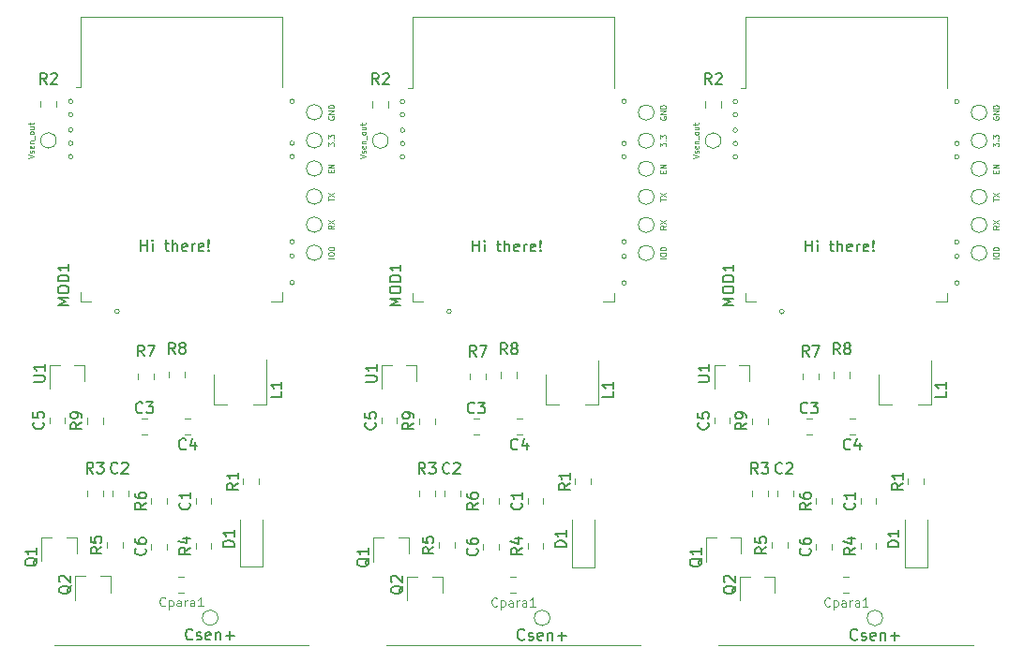
<source format=gbr>
G04 #@! TF.GenerationSoftware,KiCad,Pcbnew,(5.1.5)-3*
G04 #@! TF.CreationDate,2021-03-30T01:03:12+08:00*
G04 #@! TF.ProjectId,panelize,70616e65-6c69-47a6-952e-6b696361645f,1.1.0*
G04 #@! TF.SameCoordinates,Original*
G04 #@! TF.FileFunction,Legend,Top*
G04 #@! TF.FilePolarity,Positive*
%FSLAX46Y46*%
G04 Gerber Fmt 4.6, Leading zero omitted, Abs format (unit mm)*
G04 Created by KiCad (PCBNEW (5.1.5)-3) date 2021-03-30 01:03:12*
%MOMM*%
%LPD*%
G04 APERTURE LIST*
%ADD10C,0.150000*%
%ADD11C,0.120000*%
%ADD12C,0.125000*%
G04 APERTURE END LIST*
D10*
X138482380Y-30332380D02*
X138482380Y-29332380D01*
X138482380Y-29808571D02*
X139053809Y-29808571D01*
X139053809Y-30332380D02*
X139053809Y-29332380D01*
X139530000Y-30332380D02*
X139530000Y-29665714D01*
X139530000Y-29332380D02*
X139482380Y-29380000D01*
X139530000Y-29427619D01*
X139577619Y-29380000D01*
X139530000Y-29332380D01*
X139530000Y-29427619D01*
X140625238Y-29665714D02*
X141006190Y-29665714D01*
X140768095Y-29332380D02*
X140768095Y-30189523D01*
X140815714Y-30284761D01*
X140910952Y-30332380D01*
X141006190Y-30332380D01*
X141339523Y-30332380D02*
X141339523Y-29332380D01*
X141768095Y-30332380D02*
X141768095Y-29808571D01*
X141720476Y-29713333D01*
X141625238Y-29665714D01*
X141482380Y-29665714D01*
X141387142Y-29713333D01*
X141339523Y-29760952D01*
X142625238Y-30284761D02*
X142530000Y-30332380D01*
X142339523Y-30332380D01*
X142244285Y-30284761D01*
X142196666Y-30189523D01*
X142196666Y-29808571D01*
X142244285Y-29713333D01*
X142339523Y-29665714D01*
X142530000Y-29665714D01*
X142625238Y-29713333D01*
X142672857Y-29808571D01*
X142672857Y-29903809D01*
X142196666Y-29999047D01*
X143101428Y-30332380D02*
X143101428Y-29665714D01*
X143101428Y-29856190D02*
X143149047Y-29760952D01*
X143196666Y-29713333D01*
X143291904Y-29665714D01*
X143387142Y-29665714D01*
X144101428Y-30284761D02*
X144006190Y-30332380D01*
X143815714Y-30332380D01*
X143720476Y-30284761D01*
X143672857Y-30189523D01*
X143672857Y-29808571D01*
X143720476Y-29713333D01*
X143815714Y-29665714D01*
X144006190Y-29665714D01*
X144101428Y-29713333D01*
X144149047Y-29808571D01*
X144149047Y-29903809D01*
X143672857Y-29999047D01*
X144577619Y-30237142D02*
X144625238Y-30284761D01*
X144577619Y-30332380D01*
X144530000Y-30284761D01*
X144577619Y-30237142D01*
X144577619Y-30332380D01*
X144577619Y-29951428D02*
X144530000Y-29380000D01*
X144577619Y-29332380D01*
X144625238Y-29380000D01*
X144577619Y-29951428D01*
X144577619Y-29332380D01*
D11*
X152330000Y-29480000D02*
G75*
G03X152330000Y-29480000I-200000J0D01*
G01*
X132330000Y-21780000D02*
G75*
G03X132330000Y-21780000I-200000J0D01*
G01*
X132330000Y-16780000D02*
G75*
G03X132330000Y-16780000I-200000J0D01*
G01*
X132330000Y-17980000D02*
G75*
G03X132330000Y-17980000I-200000J0D01*
G01*
X132330000Y-19380000D02*
G75*
G03X132330000Y-19380000I-200000J0D01*
G01*
X132330000Y-20580000D02*
G75*
G03X132330000Y-20580000I-200000J0D01*
G01*
X136530000Y-35780000D02*
G75*
G03X136530000Y-35780000I-200000J0D01*
G01*
X152330000Y-33180000D02*
G75*
G03X152330000Y-33180000I-200000J0D01*
G01*
X152330000Y-30780000D02*
G75*
G03X152330000Y-30780000I-200000J0D01*
G01*
X152330000Y-21780000D02*
G75*
G03X152330000Y-21780000I-200000J0D01*
G01*
X152330000Y-20580000D02*
G75*
G03X152330000Y-20580000I-200000J0D01*
G01*
X152330000Y-16780000D02*
G75*
G03X152330000Y-16780000I-200000J0D01*
G01*
X130630000Y-65980000D02*
X153630000Y-65980000D01*
D10*
X168452380Y-30352380D02*
X168452380Y-29352380D01*
X168452380Y-29828571D02*
X169023809Y-29828571D01*
X169023809Y-30352380D02*
X169023809Y-29352380D01*
X169500000Y-30352380D02*
X169500000Y-29685714D01*
X169500000Y-29352380D02*
X169452380Y-29400000D01*
X169500000Y-29447619D01*
X169547619Y-29400000D01*
X169500000Y-29352380D01*
X169500000Y-29447619D01*
X170595238Y-29685714D02*
X170976190Y-29685714D01*
X170738095Y-29352380D02*
X170738095Y-30209523D01*
X170785714Y-30304761D01*
X170880952Y-30352380D01*
X170976190Y-30352380D01*
X171309523Y-30352380D02*
X171309523Y-29352380D01*
X171738095Y-30352380D02*
X171738095Y-29828571D01*
X171690476Y-29733333D01*
X171595238Y-29685714D01*
X171452380Y-29685714D01*
X171357142Y-29733333D01*
X171309523Y-29780952D01*
X172595238Y-30304761D02*
X172500000Y-30352380D01*
X172309523Y-30352380D01*
X172214285Y-30304761D01*
X172166666Y-30209523D01*
X172166666Y-29828571D01*
X172214285Y-29733333D01*
X172309523Y-29685714D01*
X172500000Y-29685714D01*
X172595238Y-29733333D01*
X172642857Y-29828571D01*
X172642857Y-29923809D01*
X172166666Y-30019047D01*
X173071428Y-30352380D02*
X173071428Y-29685714D01*
X173071428Y-29876190D02*
X173119047Y-29780952D01*
X173166666Y-29733333D01*
X173261904Y-29685714D01*
X173357142Y-29685714D01*
X174071428Y-30304761D02*
X173976190Y-30352380D01*
X173785714Y-30352380D01*
X173690476Y-30304761D01*
X173642857Y-30209523D01*
X173642857Y-29828571D01*
X173690476Y-29733333D01*
X173785714Y-29685714D01*
X173976190Y-29685714D01*
X174071428Y-29733333D01*
X174119047Y-29828571D01*
X174119047Y-29923809D01*
X173642857Y-30019047D01*
X174547619Y-30257142D02*
X174595238Y-30304761D01*
X174547619Y-30352380D01*
X174500000Y-30304761D01*
X174547619Y-30257142D01*
X174547619Y-30352380D01*
X174547619Y-29971428D02*
X174500000Y-29400000D01*
X174547619Y-29352380D01*
X174595238Y-29400000D01*
X174547619Y-29971428D01*
X174547619Y-29352380D01*
D11*
X182300000Y-29500000D02*
G75*
G03X182300000Y-29500000I-200000J0D01*
G01*
X162300000Y-21800000D02*
G75*
G03X162300000Y-21800000I-200000J0D01*
G01*
X162300000Y-16800000D02*
G75*
G03X162300000Y-16800000I-200000J0D01*
G01*
X162300000Y-18000000D02*
G75*
G03X162300000Y-18000000I-200000J0D01*
G01*
X162300000Y-19400000D02*
G75*
G03X162300000Y-19400000I-200000J0D01*
G01*
X162300000Y-20600000D02*
G75*
G03X162300000Y-20600000I-200000J0D01*
G01*
X166500000Y-35800000D02*
G75*
G03X166500000Y-35800000I-200000J0D01*
G01*
X182300000Y-33200000D02*
G75*
G03X182300000Y-33200000I-200000J0D01*
G01*
X182300000Y-30800000D02*
G75*
G03X182300000Y-30800000I-200000J0D01*
G01*
X182300000Y-21800000D02*
G75*
G03X182300000Y-21800000I-200000J0D01*
G01*
X182300000Y-20600000D02*
G75*
G03X182300000Y-20600000I-200000J0D01*
G01*
X182300000Y-16800000D02*
G75*
G03X182300000Y-16800000I-200000J0D01*
G01*
X160600000Y-66000000D02*
X183600000Y-66000000D01*
D10*
X198502380Y-30352380D02*
X198502380Y-29352380D01*
X198502380Y-29828571D02*
X199073809Y-29828571D01*
X199073809Y-30352380D02*
X199073809Y-29352380D01*
X199550000Y-30352380D02*
X199550000Y-29685714D01*
X199550000Y-29352380D02*
X199502380Y-29400000D01*
X199550000Y-29447619D01*
X199597619Y-29400000D01*
X199550000Y-29352380D01*
X199550000Y-29447619D01*
X200645238Y-29685714D02*
X201026190Y-29685714D01*
X200788095Y-29352380D02*
X200788095Y-30209523D01*
X200835714Y-30304761D01*
X200930952Y-30352380D01*
X201026190Y-30352380D01*
X201359523Y-30352380D02*
X201359523Y-29352380D01*
X201788095Y-30352380D02*
X201788095Y-29828571D01*
X201740476Y-29733333D01*
X201645238Y-29685714D01*
X201502380Y-29685714D01*
X201407142Y-29733333D01*
X201359523Y-29780952D01*
X202645238Y-30304761D02*
X202550000Y-30352380D01*
X202359523Y-30352380D01*
X202264285Y-30304761D01*
X202216666Y-30209523D01*
X202216666Y-29828571D01*
X202264285Y-29733333D01*
X202359523Y-29685714D01*
X202550000Y-29685714D01*
X202645238Y-29733333D01*
X202692857Y-29828571D01*
X202692857Y-29923809D01*
X202216666Y-30019047D01*
X203121428Y-30352380D02*
X203121428Y-29685714D01*
X203121428Y-29876190D02*
X203169047Y-29780952D01*
X203216666Y-29733333D01*
X203311904Y-29685714D01*
X203407142Y-29685714D01*
X204121428Y-30304761D02*
X204026190Y-30352380D01*
X203835714Y-30352380D01*
X203740476Y-30304761D01*
X203692857Y-30209523D01*
X203692857Y-29828571D01*
X203740476Y-29733333D01*
X203835714Y-29685714D01*
X204026190Y-29685714D01*
X204121428Y-29733333D01*
X204169047Y-29828571D01*
X204169047Y-29923809D01*
X203692857Y-30019047D01*
X204597619Y-30257142D02*
X204645238Y-30304761D01*
X204597619Y-30352380D01*
X204550000Y-30304761D01*
X204597619Y-30257142D01*
X204597619Y-30352380D01*
X204597619Y-29971428D02*
X204550000Y-29400000D01*
X204597619Y-29352380D01*
X204645238Y-29400000D01*
X204597619Y-29971428D01*
X204597619Y-29352380D01*
D11*
X212350000Y-29500000D02*
G75*
G03X212350000Y-29500000I-200000J0D01*
G01*
X192350000Y-21800000D02*
G75*
G03X192350000Y-21800000I-200000J0D01*
G01*
X192350000Y-16800000D02*
G75*
G03X192350000Y-16800000I-200000J0D01*
G01*
X192350000Y-18000000D02*
G75*
G03X192350000Y-18000000I-200000J0D01*
G01*
X192350000Y-19400000D02*
G75*
G03X192350000Y-19400000I-200000J0D01*
G01*
X192350000Y-20600000D02*
G75*
G03X192350000Y-20600000I-200000J0D01*
G01*
X196550000Y-35800000D02*
G75*
G03X196550000Y-35800000I-200000J0D01*
G01*
X212350000Y-33200000D02*
G75*
G03X212350000Y-33200000I-200000J0D01*
G01*
X212350000Y-30800000D02*
G75*
G03X212350000Y-30800000I-200000J0D01*
G01*
X212350000Y-21800000D02*
G75*
G03X212350000Y-21800000I-200000J0D01*
G01*
X212350000Y-20600000D02*
G75*
G03X212350000Y-20600000I-200000J0D01*
G01*
X212350000Y-16800000D02*
G75*
G03X212350000Y-16800000I-200000J0D01*
G01*
X190650000Y-66000000D02*
X213650000Y-66000000D01*
X141020000Y-41258922D02*
X141020000Y-41776078D01*
X142440000Y-41258922D02*
X142440000Y-41776078D01*
X139640000Y-41901078D02*
X139640000Y-41383922D01*
X138220000Y-41901078D02*
X138220000Y-41383922D01*
X154830000Y-17780000D02*
G75*
G03X154830000Y-17780000I-700000J0D01*
G01*
X154830000Y-20320000D02*
G75*
G03X154830000Y-20320000I-700000J0D01*
G01*
X135710000Y-59720000D02*
X135710000Y-61180000D01*
X132550000Y-59720000D02*
X132550000Y-61880000D01*
X132550000Y-59720000D02*
X133480000Y-59720000D01*
X135710000Y-59720000D02*
X134780000Y-59720000D01*
X132660000Y-56220000D02*
X132660000Y-57680000D01*
X129500000Y-56220000D02*
X129500000Y-58380000D01*
X129500000Y-56220000D02*
X130430000Y-56220000D01*
X132660000Y-56220000D02*
X131730000Y-56220000D01*
X141871422Y-61190000D02*
X142388578Y-61190000D01*
X141871422Y-59770000D02*
X142388578Y-59770000D01*
X144840000Y-53176078D02*
X144840000Y-52658922D01*
X143420000Y-53176078D02*
X143420000Y-52658922D01*
X137377500Y-51983922D02*
X137377500Y-52501078D01*
X135957500Y-51983922D02*
X135957500Y-52501078D01*
X138533922Y-45470000D02*
X139051078Y-45470000D01*
X138533922Y-46890000D02*
X139051078Y-46890000D01*
X142951078Y-45470000D02*
X142433922Y-45470000D01*
X142951078Y-46890000D02*
X142433922Y-46890000D01*
X147430000Y-54580000D02*
X147430000Y-58880000D01*
X147430000Y-58880000D02*
X149430000Y-58880000D01*
X149430000Y-58880000D02*
X149430000Y-54580000D01*
X146230000Y-44180000D02*
X145030000Y-44180000D01*
X145030000Y-44180000D02*
X145030000Y-41480000D01*
X149830000Y-40180000D02*
X149830000Y-44180000D01*
X149830000Y-44180000D02*
X148630000Y-44180000D01*
X133010000Y-34080000D02*
X133010000Y-34860000D01*
X133010000Y-34860000D02*
X134010000Y-34860000D01*
X151250000Y-34080000D02*
X151250000Y-34860000D01*
X151250000Y-34860000D02*
X150250000Y-34860000D01*
X133010000Y-9115000D02*
X151250000Y-9115000D01*
X151250000Y-9115000D02*
X151250000Y-15535000D01*
X133010000Y-9115000D02*
X133010000Y-15535000D01*
X133010000Y-15535000D02*
X132630000Y-15535000D01*
X149140000Y-51401078D02*
X149140000Y-50883922D01*
X147720000Y-51401078D02*
X147720000Y-50883922D01*
X130840000Y-16783922D02*
X130840000Y-17301078D01*
X129420000Y-16783922D02*
X129420000Y-17301078D01*
X135040000Y-51983922D02*
X135040000Y-52501078D01*
X133620000Y-51983922D02*
X133620000Y-52501078D01*
X144840000Y-57238578D02*
X144840000Y-56721422D01*
X143420000Y-57238578D02*
X143420000Y-56721422D01*
X136840000Y-57176078D02*
X136840000Y-56658922D01*
X135420000Y-57176078D02*
X135420000Y-56658922D01*
X139420000Y-53176078D02*
X139420000Y-52658922D01*
X140840000Y-53176078D02*
X140840000Y-52658922D01*
X154830000Y-30480000D02*
G75*
G03X154830000Y-30480000I-700000J0D01*
G01*
X154830000Y-22860000D02*
G75*
G03X154830000Y-22860000I-700000J0D01*
G01*
X145430000Y-63480000D02*
G75*
G03X145430000Y-63480000I-700000J0D01*
G01*
X130830000Y-20320000D02*
G75*
G03X130830000Y-20320000I-700000J0D01*
G01*
X154830000Y-25400000D02*
G75*
G03X154830000Y-25400000I-700000J0D01*
G01*
X154830000Y-27940000D02*
G75*
G03X154830000Y-27940000I-700000J0D01*
G01*
X139420000Y-57301078D02*
X139420000Y-56783922D01*
X140840000Y-57301078D02*
X140840000Y-56783922D01*
X130220000Y-45901078D02*
X130220000Y-45383922D01*
X131640000Y-45901078D02*
X131640000Y-45383922D01*
X133620000Y-45938578D02*
X133620000Y-45421422D01*
X135040000Y-45938578D02*
X135040000Y-45421422D01*
X133410000Y-40620000D02*
X132480000Y-40620000D01*
X130250000Y-40620000D02*
X131180000Y-40620000D01*
X130250000Y-40620000D02*
X130250000Y-42780000D01*
X133410000Y-40620000D02*
X133410000Y-42080000D01*
X170990000Y-41278922D02*
X170990000Y-41796078D01*
X172410000Y-41278922D02*
X172410000Y-41796078D01*
X169610000Y-41921078D02*
X169610000Y-41403922D01*
X168190000Y-41921078D02*
X168190000Y-41403922D01*
X184800000Y-17800000D02*
G75*
G03X184800000Y-17800000I-700000J0D01*
G01*
X184800000Y-20340000D02*
G75*
G03X184800000Y-20340000I-700000J0D01*
G01*
X165680000Y-59740000D02*
X165680000Y-61200000D01*
X162520000Y-59740000D02*
X162520000Y-61900000D01*
X162520000Y-59740000D02*
X163450000Y-59740000D01*
X165680000Y-59740000D02*
X164750000Y-59740000D01*
X162630000Y-56240000D02*
X162630000Y-57700000D01*
X159470000Y-56240000D02*
X159470000Y-58400000D01*
X159470000Y-56240000D02*
X160400000Y-56240000D01*
X162630000Y-56240000D02*
X161700000Y-56240000D01*
X171841422Y-61210000D02*
X172358578Y-61210000D01*
X171841422Y-59790000D02*
X172358578Y-59790000D01*
X174810000Y-53196078D02*
X174810000Y-52678922D01*
X173390000Y-53196078D02*
X173390000Y-52678922D01*
X167347500Y-52003922D02*
X167347500Y-52521078D01*
X165927500Y-52003922D02*
X165927500Y-52521078D01*
X168503922Y-45490000D02*
X169021078Y-45490000D01*
X168503922Y-46910000D02*
X169021078Y-46910000D01*
X172921078Y-45490000D02*
X172403922Y-45490000D01*
X172921078Y-46910000D02*
X172403922Y-46910000D01*
X177400000Y-54600000D02*
X177400000Y-58900000D01*
X177400000Y-58900000D02*
X179400000Y-58900000D01*
X179400000Y-58900000D02*
X179400000Y-54600000D01*
X176200000Y-44200000D02*
X175000000Y-44200000D01*
X175000000Y-44200000D02*
X175000000Y-41500000D01*
X179800000Y-40200000D02*
X179800000Y-44200000D01*
X179800000Y-44200000D02*
X178600000Y-44200000D01*
X162980000Y-34100000D02*
X162980000Y-34880000D01*
X162980000Y-34880000D02*
X163980000Y-34880000D01*
X181220000Y-34100000D02*
X181220000Y-34880000D01*
X181220000Y-34880000D02*
X180220000Y-34880000D01*
X162980000Y-9135000D02*
X181220000Y-9135000D01*
X181220000Y-9135000D02*
X181220000Y-15555000D01*
X162980000Y-9135000D02*
X162980000Y-15555000D01*
X162980000Y-15555000D02*
X162600000Y-15555000D01*
X179110000Y-51421078D02*
X179110000Y-50903922D01*
X177690000Y-51421078D02*
X177690000Y-50903922D01*
X160810000Y-16803922D02*
X160810000Y-17321078D01*
X159390000Y-16803922D02*
X159390000Y-17321078D01*
X165010000Y-52003922D02*
X165010000Y-52521078D01*
X163590000Y-52003922D02*
X163590000Y-52521078D01*
X174810000Y-57258578D02*
X174810000Y-56741422D01*
X173390000Y-57258578D02*
X173390000Y-56741422D01*
X166810000Y-57196078D02*
X166810000Y-56678922D01*
X165390000Y-57196078D02*
X165390000Y-56678922D01*
X169390000Y-53196078D02*
X169390000Y-52678922D01*
X170810000Y-53196078D02*
X170810000Y-52678922D01*
X184800000Y-30500000D02*
G75*
G03X184800000Y-30500000I-700000J0D01*
G01*
X184800000Y-22880000D02*
G75*
G03X184800000Y-22880000I-700000J0D01*
G01*
X175400000Y-63500000D02*
G75*
G03X175400000Y-63500000I-700000J0D01*
G01*
X160800000Y-20340000D02*
G75*
G03X160800000Y-20340000I-700000J0D01*
G01*
X184800000Y-25420000D02*
G75*
G03X184800000Y-25420000I-700000J0D01*
G01*
X184800000Y-27960000D02*
G75*
G03X184800000Y-27960000I-700000J0D01*
G01*
X169390000Y-57321078D02*
X169390000Y-56803922D01*
X170810000Y-57321078D02*
X170810000Y-56803922D01*
X160190000Y-45921078D02*
X160190000Y-45403922D01*
X161610000Y-45921078D02*
X161610000Y-45403922D01*
X163590000Y-45958578D02*
X163590000Y-45441422D01*
X165010000Y-45958578D02*
X165010000Y-45441422D01*
X163380000Y-40640000D02*
X162450000Y-40640000D01*
X160220000Y-40640000D02*
X161150000Y-40640000D01*
X160220000Y-40640000D02*
X160220000Y-42800000D01*
X163380000Y-40640000D02*
X163380000Y-42100000D01*
X201040000Y-41278922D02*
X201040000Y-41796078D01*
X202460000Y-41278922D02*
X202460000Y-41796078D01*
X199660000Y-41921078D02*
X199660000Y-41403922D01*
X198240000Y-41921078D02*
X198240000Y-41403922D01*
X214850000Y-17800000D02*
G75*
G03X214850000Y-17800000I-700000J0D01*
G01*
X214850000Y-20340000D02*
G75*
G03X214850000Y-20340000I-700000J0D01*
G01*
X195730000Y-59740000D02*
X195730000Y-61200000D01*
X192570000Y-59740000D02*
X192570000Y-61900000D01*
X192570000Y-59740000D02*
X193500000Y-59740000D01*
X195730000Y-59740000D02*
X194800000Y-59740000D01*
X192680000Y-56240000D02*
X192680000Y-57700000D01*
X189520000Y-56240000D02*
X189520000Y-58400000D01*
X189520000Y-56240000D02*
X190450000Y-56240000D01*
X192680000Y-56240000D02*
X191750000Y-56240000D01*
X201891422Y-61210000D02*
X202408578Y-61210000D01*
X201891422Y-59790000D02*
X202408578Y-59790000D01*
X204860000Y-53196078D02*
X204860000Y-52678922D01*
X203440000Y-53196078D02*
X203440000Y-52678922D01*
X197397500Y-52003922D02*
X197397500Y-52521078D01*
X195977500Y-52003922D02*
X195977500Y-52521078D01*
X198553922Y-45490000D02*
X199071078Y-45490000D01*
X198553922Y-46910000D02*
X199071078Y-46910000D01*
X202971078Y-45490000D02*
X202453922Y-45490000D01*
X202971078Y-46910000D02*
X202453922Y-46910000D01*
X207450000Y-54600000D02*
X207450000Y-58900000D01*
X207450000Y-58900000D02*
X209450000Y-58900000D01*
X209450000Y-58900000D02*
X209450000Y-54600000D01*
X206250000Y-44200000D02*
X205050000Y-44200000D01*
X205050000Y-44200000D02*
X205050000Y-41500000D01*
X209850000Y-40200000D02*
X209850000Y-44200000D01*
X209850000Y-44200000D02*
X208650000Y-44200000D01*
X193030000Y-34100000D02*
X193030000Y-34880000D01*
X193030000Y-34880000D02*
X194030000Y-34880000D01*
X211270000Y-34100000D02*
X211270000Y-34880000D01*
X211270000Y-34880000D02*
X210270000Y-34880000D01*
X193030000Y-9135000D02*
X211270000Y-9135000D01*
X211270000Y-9135000D02*
X211270000Y-15555000D01*
X193030000Y-9135000D02*
X193030000Y-15555000D01*
X193030000Y-15555000D02*
X192650000Y-15555000D01*
X209160000Y-51421078D02*
X209160000Y-50903922D01*
X207740000Y-51421078D02*
X207740000Y-50903922D01*
X190860000Y-16803922D02*
X190860000Y-17321078D01*
X189440000Y-16803922D02*
X189440000Y-17321078D01*
X195060000Y-52003922D02*
X195060000Y-52521078D01*
X193640000Y-52003922D02*
X193640000Y-52521078D01*
X204860000Y-57258578D02*
X204860000Y-56741422D01*
X203440000Y-57258578D02*
X203440000Y-56741422D01*
X196860000Y-57196078D02*
X196860000Y-56678922D01*
X195440000Y-57196078D02*
X195440000Y-56678922D01*
X199440000Y-53196078D02*
X199440000Y-52678922D01*
X200860000Y-53196078D02*
X200860000Y-52678922D01*
X214850000Y-30500000D02*
G75*
G03X214850000Y-30500000I-700000J0D01*
G01*
X214850000Y-22880000D02*
G75*
G03X214850000Y-22880000I-700000J0D01*
G01*
X205450000Y-63500000D02*
G75*
G03X205450000Y-63500000I-700000J0D01*
G01*
X190850000Y-20340000D02*
G75*
G03X190850000Y-20340000I-700000J0D01*
G01*
X214850000Y-25420000D02*
G75*
G03X214850000Y-25420000I-700000J0D01*
G01*
X214850000Y-27960000D02*
G75*
G03X214850000Y-27960000I-700000J0D01*
G01*
X199440000Y-57321078D02*
X199440000Y-56803922D01*
X200860000Y-57321078D02*
X200860000Y-56803922D01*
X190240000Y-45921078D02*
X190240000Y-45403922D01*
X191660000Y-45921078D02*
X191660000Y-45403922D01*
X193640000Y-45958578D02*
X193640000Y-45441422D01*
X195060000Y-45958578D02*
X195060000Y-45441422D01*
X193430000Y-40640000D02*
X192500000Y-40640000D01*
X190270000Y-40640000D02*
X191200000Y-40640000D01*
X190270000Y-40640000D02*
X190270000Y-42800000D01*
X193430000Y-40640000D02*
X193430000Y-42100000D01*
D10*
X141563333Y-39632380D02*
X141230000Y-39156190D01*
X140991904Y-39632380D02*
X140991904Y-38632380D01*
X141372857Y-38632380D01*
X141468095Y-38680000D01*
X141515714Y-38727619D01*
X141563333Y-38822857D01*
X141563333Y-38965714D01*
X141515714Y-39060952D01*
X141468095Y-39108571D01*
X141372857Y-39156190D01*
X140991904Y-39156190D01*
X142134761Y-39060952D02*
X142039523Y-39013333D01*
X141991904Y-38965714D01*
X141944285Y-38870476D01*
X141944285Y-38822857D01*
X141991904Y-38727619D01*
X142039523Y-38680000D01*
X142134761Y-38632380D01*
X142325238Y-38632380D01*
X142420476Y-38680000D01*
X142468095Y-38727619D01*
X142515714Y-38822857D01*
X142515714Y-38870476D01*
X142468095Y-38965714D01*
X142420476Y-39013333D01*
X142325238Y-39060952D01*
X142134761Y-39060952D01*
X142039523Y-39108571D01*
X141991904Y-39156190D01*
X141944285Y-39251428D01*
X141944285Y-39441904D01*
X141991904Y-39537142D01*
X142039523Y-39584761D01*
X142134761Y-39632380D01*
X142325238Y-39632380D01*
X142420476Y-39584761D01*
X142468095Y-39537142D01*
X142515714Y-39441904D01*
X142515714Y-39251428D01*
X142468095Y-39156190D01*
X142420476Y-39108571D01*
X142325238Y-39060952D01*
X138763333Y-39832380D02*
X138430000Y-39356190D01*
X138191904Y-39832380D02*
X138191904Y-38832380D01*
X138572857Y-38832380D01*
X138668095Y-38880000D01*
X138715714Y-38927619D01*
X138763333Y-39022857D01*
X138763333Y-39165714D01*
X138715714Y-39260952D01*
X138668095Y-39308571D01*
X138572857Y-39356190D01*
X138191904Y-39356190D01*
X139096666Y-38832380D02*
X139763333Y-38832380D01*
X139334761Y-39832380D01*
D12*
X155430000Y-18160952D02*
X155406190Y-18208571D01*
X155406190Y-18280000D01*
X155430000Y-18351428D01*
X155477619Y-18399047D01*
X155525238Y-18422857D01*
X155620476Y-18446666D01*
X155691904Y-18446666D01*
X155787142Y-18422857D01*
X155834761Y-18399047D01*
X155882380Y-18351428D01*
X155906190Y-18280000D01*
X155906190Y-18232380D01*
X155882380Y-18160952D01*
X155858571Y-18137142D01*
X155691904Y-18137142D01*
X155691904Y-18232380D01*
X155906190Y-17922857D02*
X155406190Y-17922857D01*
X155906190Y-17637142D01*
X155406190Y-17637142D01*
X155906190Y-17399047D02*
X155406190Y-17399047D01*
X155406190Y-17280000D01*
X155430000Y-17208571D01*
X155477619Y-17160952D01*
X155525238Y-17137142D01*
X155620476Y-17113333D01*
X155691904Y-17113333D01*
X155787142Y-17137142D01*
X155834761Y-17160952D01*
X155882380Y-17208571D01*
X155906190Y-17280000D01*
X155906190Y-17399047D01*
X155406190Y-20843809D02*
X155406190Y-20534285D01*
X155596666Y-20700952D01*
X155596666Y-20629523D01*
X155620476Y-20581904D01*
X155644285Y-20558095D01*
X155691904Y-20534285D01*
X155810952Y-20534285D01*
X155858571Y-20558095D01*
X155882380Y-20581904D01*
X155906190Y-20629523D01*
X155906190Y-20772380D01*
X155882380Y-20820000D01*
X155858571Y-20843809D01*
X155858571Y-20320000D02*
X155882380Y-20296190D01*
X155906190Y-20320000D01*
X155882380Y-20343809D01*
X155858571Y-20320000D01*
X155906190Y-20320000D01*
X155406190Y-20129523D02*
X155406190Y-19820000D01*
X155596666Y-19986666D01*
X155596666Y-19915238D01*
X155620476Y-19867619D01*
X155644285Y-19843809D01*
X155691904Y-19820000D01*
X155810952Y-19820000D01*
X155858571Y-19843809D01*
X155882380Y-19867619D01*
X155906190Y-19915238D01*
X155906190Y-20058095D01*
X155882380Y-20105714D01*
X155858571Y-20129523D01*
D10*
X132177619Y-60575238D02*
X132130000Y-60670476D01*
X132034761Y-60765714D01*
X131891904Y-60908571D01*
X131844285Y-61003809D01*
X131844285Y-61099047D01*
X132082380Y-61051428D02*
X132034761Y-61146666D01*
X131939523Y-61241904D01*
X131749047Y-61289523D01*
X131415714Y-61289523D01*
X131225238Y-61241904D01*
X131130000Y-61146666D01*
X131082380Y-61051428D01*
X131082380Y-60860952D01*
X131130000Y-60765714D01*
X131225238Y-60670476D01*
X131415714Y-60622857D01*
X131749047Y-60622857D01*
X131939523Y-60670476D01*
X132034761Y-60765714D01*
X132082380Y-60860952D01*
X132082380Y-61051428D01*
X131177619Y-60241904D02*
X131130000Y-60194285D01*
X131082380Y-60099047D01*
X131082380Y-59860952D01*
X131130000Y-59765714D01*
X131177619Y-59718095D01*
X131272857Y-59670476D01*
X131368095Y-59670476D01*
X131510952Y-59718095D01*
X132082380Y-60289523D01*
X132082380Y-59670476D01*
X129127619Y-58075238D02*
X129080000Y-58170476D01*
X128984761Y-58265714D01*
X128841904Y-58408571D01*
X128794285Y-58503809D01*
X128794285Y-58599047D01*
X129032380Y-58551428D02*
X128984761Y-58646666D01*
X128889523Y-58741904D01*
X128699047Y-58789523D01*
X128365714Y-58789523D01*
X128175238Y-58741904D01*
X128080000Y-58646666D01*
X128032380Y-58551428D01*
X128032380Y-58360952D01*
X128080000Y-58265714D01*
X128175238Y-58170476D01*
X128365714Y-58122857D01*
X128699047Y-58122857D01*
X128889523Y-58170476D01*
X128984761Y-58265714D01*
X129032380Y-58360952D01*
X129032380Y-58551428D01*
X129032380Y-57170476D02*
X129032380Y-57741904D01*
X129032380Y-57456190D02*
X128032380Y-57456190D01*
X128175238Y-57551428D01*
X128270476Y-57646666D01*
X128318095Y-57741904D01*
D11*
X140663333Y-62365714D02*
X140625238Y-62403809D01*
X140510952Y-62441904D01*
X140434761Y-62441904D01*
X140320476Y-62403809D01*
X140244285Y-62327619D01*
X140206190Y-62251428D01*
X140168095Y-62099047D01*
X140168095Y-61984761D01*
X140206190Y-61832380D01*
X140244285Y-61756190D01*
X140320476Y-61680000D01*
X140434761Y-61641904D01*
X140510952Y-61641904D01*
X140625238Y-61680000D01*
X140663333Y-61718095D01*
X141006190Y-61908571D02*
X141006190Y-62708571D01*
X141006190Y-61946666D02*
X141082380Y-61908571D01*
X141234761Y-61908571D01*
X141310952Y-61946666D01*
X141349047Y-61984761D01*
X141387142Y-62060952D01*
X141387142Y-62289523D01*
X141349047Y-62365714D01*
X141310952Y-62403809D01*
X141234761Y-62441904D01*
X141082380Y-62441904D01*
X141006190Y-62403809D01*
X142072857Y-62441904D02*
X142072857Y-62022857D01*
X142034761Y-61946666D01*
X141958571Y-61908571D01*
X141806190Y-61908571D01*
X141730000Y-61946666D01*
X142072857Y-62403809D02*
X141996666Y-62441904D01*
X141806190Y-62441904D01*
X141730000Y-62403809D01*
X141691904Y-62327619D01*
X141691904Y-62251428D01*
X141730000Y-62175238D01*
X141806190Y-62137142D01*
X141996666Y-62137142D01*
X142072857Y-62099047D01*
X142453809Y-62441904D02*
X142453809Y-61908571D01*
X142453809Y-62060952D02*
X142491904Y-61984761D01*
X142530000Y-61946666D01*
X142606190Y-61908571D01*
X142682380Y-61908571D01*
X143291904Y-62441904D02*
X143291904Y-62022857D01*
X143253809Y-61946666D01*
X143177619Y-61908571D01*
X143025238Y-61908571D01*
X142949047Y-61946666D01*
X143291904Y-62403809D02*
X143215714Y-62441904D01*
X143025238Y-62441904D01*
X142949047Y-62403809D01*
X142910952Y-62327619D01*
X142910952Y-62251428D01*
X142949047Y-62175238D01*
X143025238Y-62137142D01*
X143215714Y-62137142D01*
X143291904Y-62099047D01*
X144091904Y-62441904D02*
X143634761Y-62441904D01*
X143863333Y-62441904D02*
X143863333Y-61641904D01*
X143787142Y-61756190D01*
X143710952Y-61832380D01*
X143634761Y-61870476D01*
D10*
X142837142Y-53084166D02*
X142884761Y-53131785D01*
X142932380Y-53274642D01*
X142932380Y-53369880D01*
X142884761Y-53512738D01*
X142789523Y-53607976D01*
X142694285Y-53655595D01*
X142503809Y-53703214D01*
X142360952Y-53703214D01*
X142170476Y-53655595D01*
X142075238Y-53607976D01*
X141980000Y-53512738D01*
X141932380Y-53369880D01*
X141932380Y-53274642D01*
X141980000Y-53131785D01*
X142027619Y-53084166D01*
X142932380Y-52131785D02*
X142932380Y-52703214D01*
X142932380Y-52417500D02*
X141932380Y-52417500D01*
X142075238Y-52512738D01*
X142170476Y-52607976D01*
X142218095Y-52703214D01*
X136363333Y-50337142D02*
X136315714Y-50384761D01*
X136172857Y-50432380D01*
X136077619Y-50432380D01*
X135934761Y-50384761D01*
X135839523Y-50289523D01*
X135791904Y-50194285D01*
X135744285Y-50003809D01*
X135744285Y-49860952D01*
X135791904Y-49670476D01*
X135839523Y-49575238D01*
X135934761Y-49480000D01*
X136077619Y-49432380D01*
X136172857Y-49432380D01*
X136315714Y-49480000D01*
X136363333Y-49527619D01*
X136744285Y-49527619D02*
X136791904Y-49480000D01*
X136887142Y-49432380D01*
X137125238Y-49432380D01*
X137220476Y-49480000D01*
X137268095Y-49527619D01*
X137315714Y-49622857D01*
X137315714Y-49718095D01*
X137268095Y-49860952D01*
X136696666Y-50432380D01*
X137315714Y-50432380D01*
X138625833Y-44887142D02*
X138578214Y-44934761D01*
X138435357Y-44982380D01*
X138340119Y-44982380D01*
X138197261Y-44934761D01*
X138102023Y-44839523D01*
X138054404Y-44744285D01*
X138006785Y-44553809D01*
X138006785Y-44410952D01*
X138054404Y-44220476D01*
X138102023Y-44125238D01*
X138197261Y-44030000D01*
X138340119Y-43982380D01*
X138435357Y-43982380D01*
X138578214Y-44030000D01*
X138625833Y-44077619D01*
X138959166Y-43982380D02*
X139578214Y-43982380D01*
X139244880Y-44363333D01*
X139387738Y-44363333D01*
X139482976Y-44410952D01*
X139530595Y-44458571D01*
X139578214Y-44553809D01*
X139578214Y-44791904D01*
X139530595Y-44887142D01*
X139482976Y-44934761D01*
X139387738Y-44982380D01*
X139102023Y-44982380D01*
X139006785Y-44934761D01*
X138959166Y-44887142D01*
X142525833Y-48187142D02*
X142478214Y-48234761D01*
X142335357Y-48282380D01*
X142240119Y-48282380D01*
X142097261Y-48234761D01*
X142002023Y-48139523D01*
X141954404Y-48044285D01*
X141906785Y-47853809D01*
X141906785Y-47710952D01*
X141954404Y-47520476D01*
X142002023Y-47425238D01*
X142097261Y-47330000D01*
X142240119Y-47282380D01*
X142335357Y-47282380D01*
X142478214Y-47330000D01*
X142525833Y-47377619D01*
X143382976Y-47615714D02*
X143382976Y-48282380D01*
X143144880Y-47234761D02*
X142906785Y-47949047D01*
X143525833Y-47949047D01*
X146882380Y-57068095D02*
X145882380Y-57068095D01*
X145882380Y-56830000D01*
X145930000Y-56687142D01*
X146025238Y-56591904D01*
X146120476Y-56544285D01*
X146310952Y-56496666D01*
X146453809Y-56496666D01*
X146644285Y-56544285D01*
X146739523Y-56591904D01*
X146834761Y-56687142D01*
X146882380Y-56830000D01*
X146882380Y-57068095D01*
X146882380Y-55544285D02*
X146882380Y-56115714D01*
X146882380Y-55830000D02*
X145882380Y-55830000D01*
X146025238Y-55925238D01*
X146120476Y-56020476D01*
X146168095Y-56115714D01*
X151182380Y-43016666D02*
X151182380Y-43492857D01*
X150182380Y-43492857D01*
X151182380Y-42159523D02*
X151182380Y-42730952D01*
X151182380Y-42445238D02*
X150182380Y-42445238D01*
X150325238Y-42540476D01*
X150420476Y-42635714D01*
X150468095Y-42730952D01*
X131972380Y-35243333D02*
X130972380Y-35243333D01*
X131686666Y-34910000D01*
X130972380Y-34576666D01*
X131972380Y-34576666D01*
X130972380Y-33910000D02*
X130972380Y-33719523D01*
X131020000Y-33624285D01*
X131115238Y-33529047D01*
X131305714Y-33481428D01*
X131639047Y-33481428D01*
X131829523Y-33529047D01*
X131924761Y-33624285D01*
X131972380Y-33719523D01*
X131972380Y-33910000D01*
X131924761Y-34005238D01*
X131829523Y-34100476D01*
X131639047Y-34148095D01*
X131305714Y-34148095D01*
X131115238Y-34100476D01*
X131020000Y-34005238D01*
X130972380Y-33910000D01*
X131972380Y-33052857D02*
X130972380Y-33052857D01*
X130972380Y-32814761D01*
X131020000Y-32671904D01*
X131115238Y-32576666D01*
X131210476Y-32529047D01*
X131400952Y-32481428D01*
X131543809Y-32481428D01*
X131734285Y-32529047D01*
X131829523Y-32576666D01*
X131924761Y-32671904D01*
X131972380Y-32814761D01*
X131972380Y-33052857D01*
X131972380Y-31529047D02*
X131972380Y-32100476D01*
X131972380Y-31814761D02*
X130972380Y-31814761D01*
X131115238Y-31910000D01*
X131210476Y-32005238D01*
X131258095Y-32100476D01*
X147232380Y-51309166D02*
X146756190Y-51642500D01*
X147232380Y-51880595D02*
X146232380Y-51880595D01*
X146232380Y-51499642D01*
X146280000Y-51404404D01*
X146327619Y-51356785D01*
X146422857Y-51309166D01*
X146565714Y-51309166D01*
X146660952Y-51356785D01*
X146708571Y-51404404D01*
X146756190Y-51499642D01*
X146756190Y-51880595D01*
X147232380Y-50356785D02*
X147232380Y-50928214D01*
X147232380Y-50642500D02*
X146232380Y-50642500D01*
X146375238Y-50737738D01*
X146470476Y-50832976D01*
X146518095Y-50928214D01*
X129963333Y-15232380D02*
X129630000Y-14756190D01*
X129391904Y-15232380D02*
X129391904Y-14232380D01*
X129772857Y-14232380D01*
X129868095Y-14280000D01*
X129915714Y-14327619D01*
X129963333Y-14422857D01*
X129963333Y-14565714D01*
X129915714Y-14660952D01*
X129868095Y-14708571D01*
X129772857Y-14756190D01*
X129391904Y-14756190D01*
X130344285Y-14327619D02*
X130391904Y-14280000D01*
X130487142Y-14232380D01*
X130725238Y-14232380D01*
X130820476Y-14280000D01*
X130868095Y-14327619D01*
X130915714Y-14422857D01*
X130915714Y-14518095D01*
X130868095Y-14660952D01*
X130296666Y-15232380D01*
X130915714Y-15232380D01*
X134163333Y-50432380D02*
X133830000Y-49956190D01*
X133591904Y-50432380D02*
X133591904Y-49432380D01*
X133972857Y-49432380D01*
X134068095Y-49480000D01*
X134115714Y-49527619D01*
X134163333Y-49622857D01*
X134163333Y-49765714D01*
X134115714Y-49860952D01*
X134068095Y-49908571D01*
X133972857Y-49956190D01*
X133591904Y-49956190D01*
X134496666Y-49432380D02*
X135115714Y-49432380D01*
X134782380Y-49813333D01*
X134925238Y-49813333D01*
X135020476Y-49860952D01*
X135068095Y-49908571D01*
X135115714Y-50003809D01*
X135115714Y-50241904D01*
X135068095Y-50337142D01*
X135020476Y-50384761D01*
X134925238Y-50432380D01*
X134639523Y-50432380D01*
X134544285Y-50384761D01*
X134496666Y-50337142D01*
X142932380Y-57146666D02*
X142456190Y-57480000D01*
X142932380Y-57718095D02*
X141932380Y-57718095D01*
X141932380Y-57337142D01*
X141980000Y-57241904D01*
X142027619Y-57194285D01*
X142122857Y-57146666D01*
X142265714Y-57146666D01*
X142360952Y-57194285D01*
X142408571Y-57241904D01*
X142456190Y-57337142D01*
X142456190Y-57718095D01*
X142265714Y-56289523D02*
X142932380Y-56289523D01*
X141884761Y-56527619D02*
X142599047Y-56765714D01*
X142599047Y-56146666D01*
X134932380Y-57084166D02*
X134456190Y-57417500D01*
X134932380Y-57655595D02*
X133932380Y-57655595D01*
X133932380Y-57274642D01*
X133980000Y-57179404D01*
X134027619Y-57131785D01*
X134122857Y-57084166D01*
X134265714Y-57084166D01*
X134360952Y-57131785D01*
X134408571Y-57179404D01*
X134456190Y-57274642D01*
X134456190Y-57655595D01*
X133932380Y-56179404D02*
X133932380Y-56655595D01*
X134408571Y-56703214D01*
X134360952Y-56655595D01*
X134313333Y-56560357D01*
X134313333Y-56322261D01*
X134360952Y-56227023D01*
X134408571Y-56179404D01*
X134503809Y-56131785D01*
X134741904Y-56131785D01*
X134837142Y-56179404D01*
X134884761Y-56227023D01*
X134932380Y-56322261D01*
X134932380Y-56560357D01*
X134884761Y-56655595D01*
X134837142Y-56703214D01*
X138932380Y-53084166D02*
X138456190Y-53417500D01*
X138932380Y-53655595D02*
X137932380Y-53655595D01*
X137932380Y-53274642D01*
X137980000Y-53179404D01*
X138027619Y-53131785D01*
X138122857Y-53084166D01*
X138265714Y-53084166D01*
X138360952Y-53131785D01*
X138408571Y-53179404D01*
X138456190Y-53274642D01*
X138456190Y-53655595D01*
X137932380Y-52227023D02*
X137932380Y-52417500D01*
X137980000Y-52512738D01*
X138027619Y-52560357D01*
X138170476Y-52655595D01*
X138360952Y-52703214D01*
X138741904Y-52703214D01*
X138837142Y-52655595D01*
X138884761Y-52607976D01*
X138932380Y-52512738D01*
X138932380Y-52322261D01*
X138884761Y-52227023D01*
X138837142Y-52179404D01*
X138741904Y-52131785D01*
X138503809Y-52131785D01*
X138408571Y-52179404D01*
X138360952Y-52227023D01*
X138313333Y-52322261D01*
X138313333Y-52512738D01*
X138360952Y-52607976D01*
X138408571Y-52655595D01*
X138503809Y-52703214D01*
D12*
X155906190Y-30980000D02*
X155406190Y-30980000D01*
X155406190Y-30646666D02*
X155406190Y-30551428D01*
X155430000Y-30503809D01*
X155477619Y-30456190D01*
X155572857Y-30432380D01*
X155739523Y-30432380D01*
X155834761Y-30456190D01*
X155882380Y-30503809D01*
X155906190Y-30551428D01*
X155906190Y-30646666D01*
X155882380Y-30694285D01*
X155834761Y-30741904D01*
X155739523Y-30765714D01*
X155572857Y-30765714D01*
X155477619Y-30741904D01*
X155430000Y-30694285D01*
X155406190Y-30646666D01*
X155406190Y-30122857D02*
X155406190Y-30075238D01*
X155430000Y-30027619D01*
X155453809Y-30003809D01*
X155501428Y-29980000D01*
X155596666Y-29956190D01*
X155715714Y-29956190D01*
X155810952Y-29980000D01*
X155858571Y-30003809D01*
X155882380Y-30027619D01*
X155906190Y-30075238D01*
X155906190Y-30122857D01*
X155882380Y-30170476D01*
X155858571Y-30194285D01*
X155810952Y-30218095D01*
X155715714Y-30241904D01*
X155596666Y-30241904D01*
X155501428Y-30218095D01*
X155453809Y-30194285D01*
X155430000Y-30170476D01*
X155406190Y-30122857D01*
X155644285Y-23229047D02*
X155644285Y-23062380D01*
X155906190Y-22990952D02*
X155906190Y-23229047D01*
X155406190Y-23229047D01*
X155406190Y-22990952D01*
X155906190Y-22776666D02*
X155406190Y-22776666D01*
X155906190Y-22490952D01*
X155406190Y-22490952D01*
D10*
X143134761Y-65387142D02*
X143087142Y-65434761D01*
X142944285Y-65482380D01*
X142849047Y-65482380D01*
X142706190Y-65434761D01*
X142610952Y-65339523D01*
X142563333Y-65244285D01*
X142515714Y-65053809D01*
X142515714Y-64910952D01*
X142563333Y-64720476D01*
X142610952Y-64625238D01*
X142706190Y-64530000D01*
X142849047Y-64482380D01*
X142944285Y-64482380D01*
X143087142Y-64530000D01*
X143134761Y-64577619D01*
X143515714Y-65434761D02*
X143610952Y-65482380D01*
X143801428Y-65482380D01*
X143896666Y-65434761D01*
X143944285Y-65339523D01*
X143944285Y-65291904D01*
X143896666Y-65196666D01*
X143801428Y-65149047D01*
X143658571Y-65149047D01*
X143563333Y-65101428D01*
X143515714Y-65006190D01*
X143515714Y-64958571D01*
X143563333Y-64863333D01*
X143658571Y-64815714D01*
X143801428Y-64815714D01*
X143896666Y-64863333D01*
X144753809Y-65434761D02*
X144658571Y-65482380D01*
X144468095Y-65482380D01*
X144372857Y-65434761D01*
X144325238Y-65339523D01*
X144325238Y-64958571D01*
X144372857Y-64863333D01*
X144468095Y-64815714D01*
X144658571Y-64815714D01*
X144753809Y-64863333D01*
X144801428Y-64958571D01*
X144801428Y-65053809D01*
X144325238Y-65149047D01*
X145230000Y-64815714D02*
X145230000Y-65482380D01*
X145230000Y-64910952D02*
X145277619Y-64863333D01*
X145372857Y-64815714D01*
X145515714Y-64815714D01*
X145610952Y-64863333D01*
X145658571Y-64958571D01*
X145658571Y-65482380D01*
X146134761Y-65101428D02*
X146896666Y-65101428D01*
X146515714Y-65482380D02*
X146515714Y-64720476D01*
D12*
X128306190Y-21915238D02*
X128806190Y-21748571D01*
X128306190Y-21581904D01*
X128782380Y-21439047D02*
X128806190Y-21391428D01*
X128806190Y-21296190D01*
X128782380Y-21248571D01*
X128734761Y-21224761D01*
X128710952Y-21224761D01*
X128663333Y-21248571D01*
X128639523Y-21296190D01*
X128639523Y-21367619D01*
X128615714Y-21415238D01*
X128568095Y-21439047D01*
X128544285Y-21439047D01*
X128496666Y-21415238D01*
X128472857Y-21367619D01*
X128472857Y-21296190D01*
X128496666Y-21248571D01*
X128782380Y-20820000D02*
X128806190Y-20867619D01*
X128806190Y-20962857D01*
X128782380Y-21010476D01*
X128734761Y-21034285D01*
X128544285Y-21034285D01*
X128496666Y-21010476D01*
X128472857Y-20962857D01*
X128472857Y-20867619D01*
X128496666Y-20820000D01*
X128544285Y-20796190D01*
X128591904Y-20796190D01*
X128639523Y-21034285D01*
X128472857Y-20581904D02*
X128806190Y-20581904D01*
X128520476Y-20581904D02*
X128496666Y-20558095D01*
X128472857Y-20510476D01*
X128472857Y-20439047D01*
X128496666Y-20391428D01*
X128544285Y-20367619D01*
X128806190Y-20367619D01*
X128853809Y-20248571D02*
X128853809Y-19867619D01*
X128806190Y-19677142D02*
X128782380Y-19724761D01*
X128758571Y-19748571D01*
X128710952Y-19772380D01*
X128568095Y-19772380D01*
X128520476Y-19748571D01*
X128496666Y-19724761D01*
X128472857Y-19677142D01*
X128472857Y-19605714D01*
X128496666Y-19558095D01*
X128520476Y-19534285D01*
X128568095Y-19510476D01*
X128710952Y-19510476D01*
X128758571Y-19534285D01*
X128782380Y-19558095D01*
X128806190Y-19605714D01*
X128806190Y-19677142D01*
X128472857Y-19081904D02*
X128806190Y-19081904D01*
X128472857Y-19296190D02*
X128734761Y-19296190D01*
X128782380Y-19272380D01*
X128806190Y-19224761D01*
X128806190Y-19153333D01*
X128782380Y-19105714D01*
X128758571Y-19081904D01*
X128472857Y-18915238D02*
X128472857Y-18724761D01*
X128306190Y-18843809D02*
X128734761Y-18843809D01*
X128782380Y-18820000D01*
X128806190Y-18772380D01*
X128806190Y-18724761D01*
X155406190Y-25780952D02*
X155406190Y-25495238D01*
X155906190Y-25638095D02*
X155406190Y-25638095D01*
X155406190Y-25376190D02*
X155906190Y-25042857D01*
X155406190Y-25042857D02*
X155906190Y-25376190D01*
X155906190Y-28023333D02*
X155668095Y-28190000D01*
X155906190Y-28309047D02*
X155406190Y-28309047D01*
X155406190Y-28118571D01*
X155430000Y-28070952D01*
X155453809Y-28047142D01*
X155501428Y-28023333D01*
X155572857Y-28023333D01*
X155620476Y-28047142D01*
X155644285Y-28070952D01*
X155668095Y-28118571D01*
X155668095Y-28309047D01*
X155406190Y-27856666D02*
X155906190Y-27523333D01*
X155406190Y-27523333D02*
X155906190Y-27856666D01*
D10*
X138837142Y-57209166D02*
X138884761Y-57256785D01*
X138932380Y-57399642D01*
X138932380Y-57494880D01*
X138884761Y-57637738D01*
X138789523Y-57732976D01*
X138694285Y-57780595D01*
X138503809Y-57828214D01*
X138360952Y-57828214D01*
X138170476Y-57780595D01*
X138075238Y-57732976D01*
X137980000Y-57637738D01*
X137932380Y-57494880D01*
X137932380Y-57399642D01*
X137980000Y-57256785D01*
X138027619Y-57209166D01*
X137932380Y-56352023D02*
X137932380Y-56542500D01*
X137980000Y-56637738D01*
X138027619Y-56685357D01*
X138170476Y-56780595D01*
X138360952Y-56828214D01*
X138741904Y-56828214D01*
X138837142Y-56780595D01*
X138884761Y-56732976D01*
X138932380Y-56637738D01*
X138932380Y-56447261D01*
X138884761Y-56352023D01*
X138837142Y-56304404D01*
X138741904Y-56256785D01*
X138503809Y-56256785D01*
X138408571Y-56304404D01*
X138360952Y-56352023D01*
X138313333Y-56447261D01*
X138313333Y-56637738D01*
X138360952Y-56732976D01*
X138408571Y-56780595D01*
X138503809Y-56828214D01*
X129637142Y-45809166D02*
X129684761Y-45856785D01*
X129732380Y-45999642D01*
X129732380Y-46094880D01*
X129684761Y-46237738D01*
X129589523Y-46332976D01*
X129494285Y-46380595D01*
X129303809Y-46428214D01*
X129160952Y-46428214D01*
X128970476Y-46380595D01*
X128875238Y-46332976D01*
X128780000Y-46237738D01*
X128732380Y-46094880D01*
X128732380Y-45999642D01*
X128780000Y-45856785D01*
X128827619Y-45809166D01*
X128732380Y-44904404D02*
X128732380Y-45380595D01*
X129208571Y-45428214D01*
X129160952Y-45380595D01*
X129113333Y-45285357D01*
X129113333Y-45047261D01*
X129160952Y-44952023D01*
X129208571Y-44904404D01*
X129303809Y-44856785D01*
X129541904Y-44856785D01*
X129637142Y-44904404D01*
X129684761Y-44952023D01*
X129732380Y-45047261D01*
X129732380Y-45285357D01*
X129684761Y-45380595D01*
X129637142Y-45428214D01*
X133132380Y-45846666D02*
X132656190Y-46180000D01*
X133132380Y-46418095D02*
X132132380Y-46418095D01*
X132132380Y-46037142D01*
X132180000Y-45941904D01*
X132227619Y-45894285D01*
X132322857Y-45846666D01*
X132465714Y-45846666D01*
X132560952Y-45894285D01*
X132608571Y-45941904D01*
X132656190Y-46037142D01*
X132656190Y-46418095D01*
X133132380Y-45370476D02*
X133132380Y-45180000D01*
X133084761Y-45084761D01*
X133037142Y-45037142D01*
X132894285Y-44941904D01*
X132703809Y-44894285D01*
X132322857Y-44894285D01*
X132227619Y-44941904D01*
X132180000Y-44989523D01*
X132132380Y-45084761D01*
X132132380Y-45275238D01*
X132180000Y-45370476D01*
X132227619Y-45418095D01*
X132322857Y-45465714D01*
X132560952Y-45465714D01*
X132656190Y-45418095D01*
X132703809Y-45370476D01*
X132751428Y-45275238D01*
X132751428Y-45084761D01*
X132703809Y-44989523D01*
X132656190Y-44941904D01*
X132560952Y-44894285D01*
X128782380Y-42141904D02*
X129591904Y-42141904D01*
X129687142Y-42094285D01*
X129734761Y-42046666D01*
X129782380Y-41951428D01*
X129782380Y-41760952D01*
X129734761Y-41665714D01*
X129687142Y-41618095D01*
X129591904Y-41570476D01*
X128782380Y-41570476D01*
X129782380Y-40570476D02*
X129782380Y-41141904D01*
X129782380Y-40856190D02*
X128782380Y-40856190D01*
X128925238Y-40951428D01*
X129020476Y-41046666D01*
X129068095Y-41141904D01*
X171533333Y-39652380D02*
X171200000Y-39176190D01*
X170961904Y-39652380D02*
X170961904Y-38652380D01*
X171342857Y-38652380D01*
X171438095Y-38700000D01*
X171485714Y-38747619D01*
X171533333Y-38842857D01*
X171533333Y-38985714D01*
X171485714Y-39080952D01*
X171438095Y-39128571D01*
X171342857Y-39176190D01*
X170961904Y-39176190D01*
X172104761Y-39080952D02*
X172009523Y-39033333D01*
X171961904Y-38985714D01*
X171914285Y-38890476D01*
X171914285Y-38842857D01*
X171961904Y-38747619D01*
X172009523Y-38700000D01*
X172104761Y-38652380D01*
X172295238Y-38652380D01*
X172390476Y-38700000D01*
X172438095Y-38747619D01*
X172485714Y-38842857D01*
X172485714Y-38890476D01*
X172438095Y-38985714D01*
X172390476Y-39033333D01*
X172295238Y-39080952D01*
X172104761Y-39080952D01*
X172009523Y-39128571D01*
X171961904Y-39176190D01*
X171914285Y-39271428D01*
X171914285Y-39461904D01*
X171961904Y-39557142D01*
X172009523Y-39604761D01*
X172104761Y-39652380D01*
X172295238Y-39652380D01*
X172390476Y-39604761D01*
X172438095Y-39557142D01*
X172485714Y-39461904D01*
X172485714Y-39271428D01*
X172438095Y-39176190D01*
X172390476Y-39128571D01*
X172295238Y-39080952D01*
X168733333Y-39852380D02*
X168400000Y-39376190D01*
X168161904Y-39852380D02*
X168161904Y-38852380D01*
X168542857Y-38852380D01*
X168638095Y-38900000D01*
X168685714Y-38947619D01*
X168733333Y-39042857D01*
X168733333Y-39185714D01*
X168685714Y-39280952D01*
X168638095Y-39328571D01*
X168542857Y-39376190D01*
X168161904Y-39376190D01*
X169066666Y-38852380D02*
X169733333Y-38852380D01*
X169304761Y-39852380D01*
D12*
X185400000Y-18180952D02*
X185376190Y-18228571D01*
X185376190Y-18300000D01*
X185400000Y-18371428D01*
X185447619Y-18419047D01*
X185495238Y-18442857D01*
X185590476Y-18466666D01*
X185661904Y-18466666D01*
X185757142Y-18442857D01*
X185804761Y-18419047D01*
X185852380Y-18371428D01*
X185876190Y-18300000D01*
X185876190Y-18252380D01*
X185852380Y-18180952D01*
X185828571Y-18157142D01*
X185661904Y-18157142D01*
X185661904Y-18252380D01*
X185876190Y-17942857D02*
X185376190Y-17942857D01*
X185876190Y-17657142D01*
X185376190Y-17657142D01*
X185876190Y-17419047D02*
X185376190Y-17419047D01*
X185376190Y-17300000D01*
X185400000Y-17228571D01*
X185447619Y-17180952D01*
X185495238Y-17157142D01*
X185590476Y-17133333D01*
X185661904Y-17133333D01*
X185757142Y-17157142D01*
X185804761Y-17180952D01*
X185852380Y-17228571D01*
X185876190Y-17300000D01*
X185876190Y-17419047D01*
X185376190Y-20863809D02*
X185376190Y-20554285D01*
X185566666Y-20720952D01*
X185566666Y-20649523D01*
X185590476Y-20601904D01*
X185614285Y-20578095D01*
X185661904Y-20554285D01*
X185780952Y-20554285D01*
X185828571Y-20578095D01*
X185852380Y-20601904D01*
X185876190Y-20649523D01*
X185876190Y-20792380D01*
X185852380Y-20840000D01*
X185828571Y-20863809D01*
X185828571Y-20340000D02*
X185852380Y-20316190D01*
X185876190Y-20340000D01*
X185852380Y-20363809D01*
X185828571Y-20340000D01*
X185876190Y-20340000D01*
X185376190Y-20149523D02*
X185376190Y-19840000D01*
X185566666Y-20006666D01*
X185566666Y-19935238D01*
X185590476Y-19887619D01*
X185614285Y-19863809D01*
X185661904Y-19840000D01*
X185780952Y-19840000D01*
X185828571Y-19863809D01*
X185852380Y-19887619D01*
X185876190Y-19935238D01*
X185876190Y-20078095D01*
X185852380Y-20125714D01*
X185828571Y-20149523D01*
D10*
X162147619Y-60595238D02*
X162100000Y-60690476D01*
X162004761Y-60785714D01*
X161861904Y-60928571D01*
X161814285Y-61023809D01*
X161814285Y-61119047D01*
X162052380Y-61071428D02*
X162004761Y-61166666D01*
X161909523Y-61261904D01*
X161719047Y-61309523D01*
X161385714Y-61309523D01*
X161195238Y-61261904D01*
X161100000Y-61166666D01*
X161052380Y-61071428D01*
X161052380Y-60880952D01*
X161100000Y-60785714D01*
X161195238Y-60690476D01*
X161385714Y-60642857D01*
X161719047Y-60642857D01*
X161909523Y-60690476D01*
X162004761Y-60785714D01*
X162052380Y-60880952D01*
X162052380Y-61071428D01*
X161147619Y-60261904D02*
X161100000Y-60214285D01*
X161052380Y-60119047D01*
X161052380Y-59880952D01*
X161100000Y-59785714D01*
X161147619Y-59738095D01*
X161242857Y-59690476D01*
X161338095Y-59690476D01*
X161480952Y-59738095D01*
X162052380Y-60309523D01*
X162052380Y-59690476D01*
X159097619Y-58095238D02*
X159050000Y-58190476D01*
X158954761Y-58285714D01*
X158811904Y-58428571D01*
X158764285Y-58523809D01*
X158764285Y-58619047D01*
X159002380Y-58571428D02*
X158954761Y-58666666D01*
X158859523Y-58761904D01*
X158669047Y-58809523D01*
X158335714Y-58809523D01*
X158145238Y-58761904D01*
X158050000Y-58666666D01*
X158002380Y-58571428D01*
X158002380Y-58380952D01*
X158050000Y-58285714D01*
X158145238Y-58190476D01*
X158335714Y-58142857D01*
X158669047Y-58142857D01*
X158859523Y-58190476D01*
X158954761Y-58285714D01*
X159002380Y-58380952D01*
X159002380Y-58571428D01*
X159002380Y-57190476D02*
X159002380Y-57761904D01*
X159002380Y-57476190D02*
X158002380Y-57476190D01*
X158145238Y-57571428D01*
X158240476Y-57666666D01*
X158288095Y-57761904D01*
D11*
X170633333Y-62385714D02*
X170595238Y-62423809D01*
X170480952Y-62461904D01*
X170404761Y-62461904D01*
X170290476Y-62423809D01*
X170214285Y-62347619D01*
X170176190Y-62271428D01*
X170138095Y-62119047D01*
X170138095Y-62004761D01*
X170176190Y-61852380D01*
X170214285Y-61776190D01*
X170290476Y-61700000D01*
X170404761Y-61661904D01*
X170480952Y-61661904D01*
X170595238Y-61700000D01*
X170633333Y-61738095D01*
X170976190Y-61928571D02*
X170976190Y-62728571D01*
X170976190Y-61966666D02*
X171052380Y-61928571D01*
X171204761Y-61928571D01*
X171280952Y-61966666D01*
X171319047Y-62004761D01*
X171357142Y-62080952D01*
X171357142Y-62309523D01*
X171319047Y-62385714D01*
X171280952Y-62423809D01*
X171204761Y-62461904D01*
X171052380Y-62461904D01*
X170976190Y-62423809D01*
X172042857Y-62461904D02*
X172042857Y-62042857D01*
X172004761Y-61966666D01*
X171928571Y-61928571D01*
X171776190Y-61928571D01*
X171700000Y-61966666D01*
X172042857Y-62423809D02*
X171966666Y-62461904D01*
X171776190Y-62461904D01*
X171700000Y-62423809D01*
X171661904Y-62347619D01*
X171661904Y-62271428D01*
X171700000Y-62195238D01*
X171776190Y-62157142D01*
X171966666Y-62157142D01*
X172042857Y-62119047D01*
X172423809Y-62461904D02*
X172423809Y-61928571D01*
X172423809Y-62080952D02*
X172461904Y-62004761D01*
X172500000Y-61966666D01*
X172576190Y-61928571D01*
X172652380Y-61928571D01*
X173261904Y-62461904D02*
X173261904Y-62042857D01*
X173223809Y-61966666D01*
X173147619Y-61928571D01*
X172995238Y-61928571D01*
X172919047Y-61966666D01*
X173261904Y-62423809D02*
X173185714Y-62461904D01*
X172995238Y-62461904D01*
X172919047Y-62423809D01*
X172880952Y-62347619D01*
X172880952Y-62271428D01*
X172919047Y-62195238D01*
X172995238Y-62157142D01*
X173185714Y-62157142D01*
X173261904Y-62119047D01*
X174061904Y-62461904D02*
X173604761Y-62461904D01*
X173833333Y-62461904D02*
X173833333Y-61661904D01*
X173757142Y-61776190D01*
X173680952Y-61852380D01*
X173604761Y-61890476D01*
D10*
X172807142Y-53104166D02*
X172854761Y-53151785D01*
X172902380Y-53294642D01*
X172902380Y-53389880D01*
X172854761Y-53532738D01*
X172759523Y-53627976D01*
X172664285Y-53675595D01*
X172473809Y-53723214D01*
X172330952Y-53723214D01*
X172140476Y-53675595D01*
X172045238Y-53627976D01*
X171950000Y-53532738D01*
X171902380Y-53389880D01*
X171902380Y-53294642D01*
X171950000Y-53151785D01*
X171997619Y-53104166D01*
X172902380Y-52151785D02*
X172902380Y-52723214D01*
X172902380Y-52437500D02*
X171902380Y-52437500D01*
X172045238Y-52532738D01*
X172140476Y-52627976D01*
X172188095Y-52723214D01*
X166333333Y-50357142D02*
X166285714Y-50404761D01*
X166142857Y-50452380D01*
X166047619Y-50452380D01*
X165904761Y-50404761D01*
X165809523Y-50309523D01*
X165761904Y-50214285D01*
X165714285Y-50023809D01*
X165714285Y-49880952D01*
X165761904Y-49690476D01*
X165809523Y-49595238D01*
X165904761Y-49500000D01*
X166047619Y-49452380D01*
X166142857Y-49452380D01*
X166285714Y-49500000D01*
X166333333Y-49547619D01*
X166714285Y-49547619D02*
X166761904Y-49500000D01*
X166857142Y-49452380D01*
X167095238Y-49452380D01*
X167190476Y-49500000D01*
X167238095Y-49547619D01*
X167285714Y-49642857D01*
X167285714Y-49738095D01*
X167238095Y-49880952D01*
X166666666Y-50452380D01*
X167285714Y-50452380D01*
X168595833Y-44907142D02*
X168548214Y-44954761D01*
X168405357Y-45002380D01*
X168310119Y-45002380D01*
X168167261Y-44954761D01*
X168072023Y-44859523D01*
X168024404Y-44764285D01*
X167976785Y-44573809D01*
X167976785Y-44430952D01*
X168024404Y-44240476D01*
X168072023Y-44145238D01*
X168167261Y-44050000D01*
X168310119Y-44002380D01*
X168405357Y-44002380D01*
X168548214Y-44050000D01*
X168595833Y-44097619D01*
X168929166Y-44002380D02*
X169548214Y-44002380D01*
X169214880Y-44383333D01*
X169357738Y-44383333D01*
X169452976Y-44430952D01*
X169500595Y-44478571D01*
X169548214Y-44573809D01*
X169548214Y-44811904D01*
X169500595Y-44907142D01*
X169452976Y-44954761D01*
X169357738Y-45002380D01*
X169072023Y-45002380D01*
X168976785Y-44954761D01*
X168929166Y-44907142D01*
X172495833Y-48207142D02*
X172448214Y-48254761D01*
X172305357Y-48302380D01*
X172210119Y-48302380D01*
X172067261Y-48254761D01*
X171972023Y-48159523D01*
X171924404Y-48064285D01*
X171876785Y-47873809D01*
X171876785Y-47730952D01*
X171924404Y-47540476D01*
X171972023Y-47445238D01*
X172067261Y-47350000D01*
X172210119Y-47302380D01*
X172305357Y-47302380D01*
X172448214Y-47350000D01*
X172495833Y-47397619D01*
X173352976Y-47635714D02*
X173352976Y-48302380D01*
X173114880Y-47254761D02*
X172876785Y-47969047D01*
X173495833Y-47969047D01*
X176852380Y-57088095D02*
X175852380Y-57088095D01*
X175852380Y-56850000D01*
X175900000Y-56707142D01*
X175995238Y-56611904D01*
X176090476Y-56564285D01*
X176280952Y-56516666D01*
X176423809Y-56516666D01*
X176614285Y-56564285D01*
X176709523Y-56611904D01*
X176804761Y-56707142D01*
X176852380Y-56850000D01*
X176852380Y-57088095D01*
X176852380Y-55564285D02*
X176852380Y-56135714D01*
X176852380Y-55850000D02*
X175852380Y-55850000D01*
X175995238Y-55945238D01*
X176090476Y-56040476D01*
X176138095Y-56135714D01*
X181152380Y-43036666D02*
X181152380Y-43512857D01*
X180152380Y-43512857D01*
X181152380Y-42179523D02*
X181152380Y-42750952D01*
X181152380Y-42465238D02*
X180152380Y-42465238D01*
X180295238Y-42560476D01*
X180390476Y-42655714D01*
X180438095Y-42750952D01*
X161942380Y-35263333D02*
X160942380Y-35263333D01*
X161656666Y-34930000D01*
X160942380Y-34596666D01*
X161942380Y-34596666D01*
X160942380Y-33930000D02*
X160942380Y-33739523D01*
X160990000Y-33644285D01*
X161085238Y-33549047D01*
X161275714Y-33501428D01*
X161609047Y-33501428D01*
X161799523Y-33549047D01*
X161894761Y-33644285D01*
X161942380Y-33739523D01*
X161942380Y-33930000D01*
X161894761Y-34025238D01*
X161799523Y-34120476D01*
X161609047Y-34168095D01*
X161275714Y-34168095D01*
X161085238Y-34120476D01*
X160990000Y-34025238D01*
X160942380Y-33930000D01*
X161942380Y-33072857D02*
X160942380Y-33072857D01*
X160942380Y-32834761D01*
X160990000Y-32691904D01*
X161085238Y-32596666D01*
X161180476Y-32549047D01*
X161370952Y-32501428D01*
X161513809Y-32501428D01*
X161704285Y-32549047D01*
X161799523Y-32596666D01*
X161894761Y-32691904D01*
X161942380Y-32834761D01*
X161942380Y-33072857D01*
X161942380Y-31549047D02*
X161942380Y-32120476D01*
X161942380Y-31834761D02*
X160942380Y-31834761D01*
X161085238Y-31930000D01*
X161180476Y-32025238D01*
X161228095Y-32120476D01*
X177202380Y-51329166D02*
X176726190Y-51662500D01*
X177202380Y-51900595D02*
X176202380Y-51900595D01*
X176202380Y-51519642D01*
X176250000Y-51424404D01*
X176297619Y-51376785D01*
X176392857Y-51329166D01*
X176535714Y-51329166D01*
X176630952Y-51376785D01*
X176678571Y-51424404D01*
X176726190Y-51519642D01*
X176726190Y-51900595D01*
X177202380Y-50376785D02*
X177202380Y-50948214D01*
X177202380Y-50662500D02*
X176202380Y-50662500D01*
X176345238Y-50757738D01*
X176440476Y-50852976D01*
X176488095Y-50948214D01*
X159933333Y-15252380D02*
X159600000Y-14776190D01*
X159361904Y-15252380D02*
X159361904Y-14252380D01*
X159742857Y-14252380D01*
X159838095Y-14300000D01*
X159885714Y-14347619D01*
X159933333Y-14442857D01*
X159933333Y-14585714D01*
X159885714Y-14680952D01*
X159838095Y-14728571D01*
X159742857Y-14776190D01*
X159361904Y-14776190D01*
X160314285Y-14347619D02*
X160361904Y-14300000D01*
X160457142Y-14252380D01*
X160695238Y-14252380D01*
X160790476Y-14300000D01*
X160838095Y-14347619D01*
X160885714Y-14442857D01*
X160885714Y-14538095D01*
X160838095Y-14680952D01*
X160266666Y-15252380D01*
X160885714Y-15252380D01*
X164133333Y-50452380D02*
X163800000Y-49976190D01*
X163561904Y-50452380D02*
X163561904Y-49452380D01*
X163942857Y-49452380D01*
X164038095Y-49500000D01*
X164085714Y-49547619D01*
X164133333Y-49642857D01*
X164133333Y-49785714D01*
X164085714Y-49880952D01*
X164038095Y-49928571D01*
X163942857Y-49976190D01*
X163561904Y-49976190D01*
X164466666Y-49452380D02*
X165085714Y-49452380D01*
X164752380Y-49833333D01*
X164895238Y-49833333D01*
X164990476Y-49880952D01*
X165038095Y-49928571D01*
X165085714Y-50023809D01*
X165085714Y-50261904D01*
X165038095Y-50357142D01*
X164990476Y-50404761D01*
X164895238Y-50452380D01*
X164609523Y-50452380D01*
X164514285Y-50404761D01*
X164466666Y-50357142D01*
X172902380Y-57166666D02*
X172426190Y-57500000D01*
X172902380Y-57738095D02*
X171902380Y-57738095D01*
X171902380Y-57357142D01*
X171950000Y-57261904D01*
X171997619Y-57214285D01*
X172092857Y-57166666D01*
X172235714Y-57166666D01*
X172330952Y-57214285D01*
X172378571Y-57261904D01*
X172426190Y-57357142D01*
X172426190Y-57738095D01*
X172235714Y-56309523D02*
X172902380Y-56309523D01*
X171854761Y-56547619D02*
X172569047Y-56785714D01*
X172569047Y-56166666D01*
X164902380Y-57104166D02*
X164426190Y-57437500D01*
X164902380Y-57675595D02*
X163902380Y-57675595D01*
X163902380Y-57294642D01*
X163950000Y-57199404D01*
X163997619Y-57151785D01*
X164092857Y-57104166D01*
X164235714Y-57104166D01*
X164330952Y-57151785D01*
X164378571Y-57199404D01*
X164426190Y-57294642D01*
X164426190Y-57675595D01*
X163902380Y-56199404D02*
X163902380Y-56675595D01*
X164378571Y-56723214D01*
X164330952Y-56675595D01*
X164283333Y-56580357D01*
X164283333Y-56342261D01*
X164330952Y-56247023D01*
X164378571Y-56199404D01*
X164473809Y-56151785D01*
X164711904Y-56151785D01*
X164807142Y-56199404D01*
X164854761Y-56247023D01*
X164902380Y-56342261D01*
X164902380Y-56580357D01*
X164854761Y-56675595D01*
X164807142Y-56723214D01*
X168902380Y-53104166D02*
X168426190Y-53437500D01*
X168902380Y-53675595D02*
X167902380Y-53675595D01*
X167902380Y-53294642D01*
X167950000Y-53199404D01*
X167997619Y-53151785D01*
X168092857Y-53104166D01*
X168235714Y-53104166D01*
X168330952Y-53151785D01*
X168378571Y-53199404D01*
X168426190Y-53294642D01*
X168426190Y-53675595D01*
X167902380Y-52247023D02*
X167902380Y-52437500D01*
X167950000Y-52532738D01*
X167997619Y-52580357D01*
X168140476Y-52675595D01*
X168330952Y-52723214D01*
X168711904Y-52723214D01*
X168807142Y-52675595D01*
X168854761Y-52627976D01*
X168902380Y-52532738D01*
X168902380Y-52342261D01*
X168854761Y-52247023D01*
X168807142Y-52199404D01*
X168711904Y-52151785D01*
X168473809Y-52151785D01*
X168378571Y-52199404D01*
X168330952Y-52247023D01*
X168283333Y-52342261D01*
X168283333Y-52532738D01*
X168330952Y-52627976D01*
X168378571Y-52675595D01*
X168473809Y-52723214D01*
D12*
X185876190Y-31000000D02*
X185376190Y-31000000D01*
X185376190Y-30666666D02*
X185376190Y-30571428D01*
X185400000Y-30523809D01*
X185447619Y-30476190D01*
X185542857Y-30452380D01*
X185709523Y-30452380D01*
X185804761Y-30476190D01*
X185852380Y-30523809D01*
X185876190Y-30571428D01*
X185876190Y-30666666D01*
X185852380Y-30714285D01*
X185804761Y-30761904D01*
X185709523Y-30785714D01*
X185542857Y-30785714D01*
X185447619Y-30761904D01*
X185400000Y-30714285D01*
X185376190Y-30666666D01*
X185376190Y-30142857D02*
X185376190Y-30095238D01*
X185400000Y-30047619D01*
X185423809Y-30023809D01*
X185471428Y-30000000D01*
X185566666Y-29976190D01*
X185685714Y-29976190D01*
X185780952Y-30000000D01*
X185828571Y-30023809D01*
X185852380Y-30047619D01*
X185876190Y-30095238D01*
X185876190Y-30142857D01*
X185852380Y-30190476D01*
X185828571Y-30214285D01*
X185780952Y-30238095D01*
X185685714Y-30261904D01*
X185566666Y-30261904D01*
X185471428Y-30238095D01*
X185423809Y-30214285D01*
X185400000Y-30190476D01*
X185376190Y-30142857D01*
X185614285Y-23249047D02*
X185614285Y-23082380D01*
X185876190Y-23010952D02*
X185876190Y-23249047D01*
X185376190Y-23249047D01*
X185376190Y-23010952D01*
X185876190Y-22796666D02*
X185376190Y-22796666D01*
X185876190Y-22510952D01*
X185376190Y-22510952D01*
D10*
X173104761Y-65407142D02*
X173057142Y-65454761D01*
X172914285Y-65502380D01*
X172819047Y-65502380D01*
X172676190Y-65454761D01*
X172580952Y-65359523D01*
X172533333Y-65264285D01*
X172485714Y-65073809D01*
X172485714Y-64930952D01*
X172533333Y-64740476D01*
X172580952Y-64645238D01*
X172676190Y-64550000D01*
X172819047Y-64502380D01*
X172914285Y-64502380D01*
X173057142Y-64550000D01*
X173104761Y-64597619D01*
X173485714Y-65454761D02*
X173580952Y-65502380D01*
X173771428Y-65502380D01*
X173866666Y-65454761D01*
X173914285Y-65359523D01*
X173914285Y-65311904D01*
X173866666Y-65216666D01*
X173771428Y-65169047D01*
X173628571Y-65169047D01*
X173533333Y-65121428D01*
X173485714Y-65026190D01*
X173485714Y-64978571D01*
X173533333Y-64883333D01*
X173628571Y-64835714D01*
X173771428Y-64835714D01*
X173866666Y-64883333D01*
X174723809Y-65454761D02*
X174628571Y-65502380D01*
X174438095Y-65502380D01*
X174342857Y-65454761D01*
X174295238Y-65359523D01*
X174295238Y-64978571D01*
X174342857Y-64883333D01*
X174438095Y-64835714D01*
X174628571Y-64835714D01*
X174723809Y-64883333D01*
X174771428Y-64978571D01*
X174771428Y-65073809D01*
X174295238Y-65169047D01*
X175200000Y-64835714D02*
X175200000Y-65502380D01*
X175200000Y-64930952D02*
X175247619Y-64883333D01*
X175342857Y-64835714D01*
X175485714Y-64835714D01*
X175580952Y-64883333D01*
X175628571Y-64978571D01*
X175628571Y-65502380D01*
X176104761Y-65121428D02*
X176866666Y-65121428D01*
X176485714Y-65502380D02*
X176485714Y-64740476D01*
D12*
X158276190Y-21935238D02*
X158776190Y-21768571D01*
X158276190Y-21601904D01*
X158752380Y-21459047D02*
X158776190Y-21411428D01*
X158776190Y-21316190D01*
X158752380Y-21268571D01*
X158704761Y-21244761D01*
X158680952Y-21244761D01*
X158633333Y-21268571D01*
X158609523Y-21316190D01*
X158609523Y-21387619D01*
X158585714Y-21435238D01*
X158538095Y-21459047D01*
X158514285Y-21459047D01*
X158466666Y-21435238D01*
X158442857Y-21387619D01*
X158442857Y-21316190D01*
X158466666Y-21268571D01*
X158752380Y-20840000D02*
X158776190Y-20887619D01*
X158776190Y-20982857D01*
X158752380Y-21030476D01*
X158704761Y-21054285D01*
X158514285Y-21054285D01*
X158466666Y-21030476D01*
X158442857Y-20982857D01*
X158442857Y-20887619D01*
X158466666Y-20840000D01*
X158514285Y-20816190D01*
X158561904Y-20816190D01*
X158609523Y-21054285D01*
X158442857Y-20601904D02*
X158776190Y-20601904D01*
X158490476Y-20601904D02*
X158466666Y-20578095D01*
X158442857Y-20530476D01*
X158442857Y-20459047D01*
X158466666Y-20411428D01*
X158514285Y-20387619D01*
X158776190Y-20387619D01*
X158823809Y-20268571D02*
X158823809Y-19887619D01*
X158776190Y-19697142D02*
X158752380Y-19744761D01*
X158728571Y-19768571D01*
X158680952Y-19792380D01*
X158538095Y-19792380D01*
X158490476Y-19768571D01*
X158466666Y-19744761D01*
X158442857Y-19697142D01*
X158442857Y-19625714D01*
X158466666Y-19578095D01*
X158490476Y-19554285D01*
X158538095Y-19530476D01*
X158680952Y-19530476D01*
X158728571Y-19554285D01*
X158752380Y-19578095D01*
X158776190Y-19625714D01*
X158776190Y-19697142D01*
X158442857Y-19101904D02*
X158776190Y-19101904D01*
X158442857Y-19316190D02*
X158704761Y-19316190D01*
X158752380Y-19292380D01*
X158776190Y-19244761D01*
X158776190Y-19173333D01*
X158752380Y-19125714D01*
X158728571Y-19101904D01*
X158442857Y-18935238D02*
X158442857Y-18744761D01*
X158276190Y-18863809D02*
X158704761Y-18863809D01*
X158752380Y-18840000D01*
X158776190Y-18792380D01*
X158776190Y-18744761D01*
X185376190Y-25800952D02*
X185376190Y-25515238D01*
X185876190Y-25658095D02*
X185376190Y-25658095D01*
X185376190Y-25396190D02*
X185876190Y-25062857D01*
X185376190Y-25062857D02*
X185876190Y-25396190D01*
X185876190Y-28043333D02*
X185638095Y-28210000D01*
X185876190Y-28329047D02*
X185376190Y-28329047D01*
X185376190Y-28138571D01*
X185400000Y-28090952D01*
X185423809Y-28067142D01*
X185471428Y-28043333D01*
X185542857Y-28043333D01*
X185590476Y-28067142D01*
X185614285Y-28090952D01*
X185638095Y-28138571D01*
X185638095Y-28329047D01*
X185376190Y-27876666D02*
X185876190Y-27543333D01*
X185376190Y-27543333D02*
X185876190Y-27876666D01*
D10*
X168807142Y-57229166D02*
X168854761Y-57276785D01*
X168902380Y-57419642D01*
X168902380Y-57514880D01*
X168854761Y-57657738D01*
X168759523Y-57752976D01*
X168664285Y-57800595D01*
X168473809Y-57848214D01*
X168330952Y-57848214D01*
X168140476Y-57800595D01*
X168045238Y-57752976D01*
X167950000Y-57657738D01*
X167902380Y-57514880D01*
X167902380Y-57419642D01*
X167950000Y-57276785D01*
X167997619Y-57229166D01*
X167902380Y-56372023D02*
X167902380Y-56562500D01*
X167950000Y-56657738D01*
X167997619Y-56705357D01*
X168140476Y-56800595D01*
X168330952Y-56848214D01*
X168711904Y-56848214D01*
X168807142Y-56800595D01*
X168854761Y-56752976D01*
X168902380Y-56657738D01*
X168902380Y-56467261D01*
X168854761Y-56372023D01*
X168807142Y-56324404D01*
X168711904Y-56276785D01*
X168473809Y-56276785D01*
X168378571Y-56324404D01*
X168330952Y-56372023D01*
X168283333Y-56467261D01*
X168283333Y-56657738D01*
X168330952Y-56752976D01*
X168378571Y-56800595D01*
X168473809Y-56848214D01*
X159607142Y-45829166D02*
X159654761Y-45876785D01*
X159702380Y-46019642D01*
X159702380Y-46114880D01*
X159654761Y-46257738D01*
X159559523Y-46352976D01*
X159464285Y-46400595D01*
X159273809Y-46448214D01*
X159130952Y-46448214D01*
X158940476Y-46400595D01*
X158845238Y-46352976D01*
X158750000Y-46257738D01*
X158702380Y-46114880D01*
X158702380Y-46019642D01*
X158750000Y-45876785D01*
X158797619Y-45829166D01*
X158702380Y-44924404D02*
X158702380Y-45400595D01*
X159178571Y-45448214D01*
X159130952Y-45400595D01*
X159083333Y-45305357D01*
X159083333Y-45067261D01*
X159130952Y-44972023D01*
X159178571Y-44924404D01*
X159273809Y-44876785D01*
X159511904Y-44876785D01*
X159607142Y-44924404D01*
X159654761Y-44972023D01*
X159702380Y-45067261D01*
X159702380Y-45305357D01*
X159654761Y-45400595D01*
X159607142Y-45448214D01*
X163102380Y-45866666D02*
X162626190Y-46200000D01*
X163102380Y-46438095D02*
X162102380Y-46438095D01*
X162102380Y-46057142D01*
X162150000Y-45961904D01*
X162197619Y-45914285D01*
X162292857Y-45866666D01*
X162435714Y-45866666D01*
X162530952Y-45914285D01*
X162578571Y-45961904D01*
X162626190Y-46057142D01*
X162626190Y-46438095D01*
X163102380Y-45390476D02*
X163102380Y-45200000D01*
X163054761Y-45104761D01*
X163007142Y-45057142D01*
X162864285Y-44961904D01*
X162673809Y-44914285D01*
X162292857Y-44914285D01*
X162197619Y-44961904D01*
X162150000Y-45009523D01*
X162102380Y-45104761D01*
X162102380Y-45295238D01*
X162150000Y-45390476D01*
X162197619Y-45438095D01*
X162292857Y-45485714D01*
X162530952Y-45485714D01*
X162626190Y-45438095D01*
X162673809Y-45390476D01*
X162721428Y-45295238D01*
X162721428Y-45104761D01*
X162673809Y-45009523D01*
X162626190Y-44961904D01*
X162530952Y-44914285D01*
X158752380Y-42161904D02*
X159561904Y-42161904D01*
X159657142Y-42114285D01*
X159704761Y-42066666D01*
X159752380Y-41971428D01*
X159752380Y-41780952D01*
X159704761Y-41685714D01*
X159657142Y-41638095D01*
X159561904Y-41590476D01*
X158752380Y-41590476D01*
X159752380Y-40590476D02*
X159752380Y-41161904D01*
X159752380Y-40876190D02*
X158752380Y-40876190D01*
X158895238Y-40971428D01*
X158990476Y-41066666D01*
X159038095Y-41161904D01*
X201583333Y-39652380D02*
X201250000Y-39176190D01*
X201011904Y-39652380D02*
X201011904Y-38652380D01*
X201392857Y-38652380D01*
X201488095Y-38700000D01*
X201535714Y-38747619D01*
X201583333Y-38842857D01*
X201583333Y-38985714D01*
X201535714Y-39080952D01*
X201488095Y-39128571D01*
X201392857Y-39176190D01*
X201011904Y-39176190D01*
X202154761Y-39080952D02*
X202059523Y-39033333D01*
X202011904Y-38985714D01*
X201964285Y-38890476D01*
X201964285Y-38842857D01*
X202011904Y-38747619D01*
X202059523Y-38700000D01*
X202154761Y-38652380D01*
X202345238Y-38652380D01*
X202440476Y-38700000D01*
X202488095Y-38747619D01*
X202535714Y-38842857D01*
X202535714Y-38890476D01*
X202488095Y-38985714D01*
X202440476Y-39033333D01*
X202345238Y-39080952D01*
X202154761Y-39080952D01*
X202059523Y-39128571D01*
X202011904Y-39176190D01*
X201964285Y-39271428D01*
X201964285Y-39461904D01*
X202011904Y-39557142D01*
X202059523Y-39604761D01*
X202154761Y-39652380D01*
X202345238Y-39652380D01*
X202440476Y-39604761D01*
X202488095Y-39557142D01*
X202535714Y-39461904D01*
X202535714Y-39271428D01*
X202488095Y-39176190D01*
X202440476Y-39128571D01*
X202345238Y-39080952D01*
X198783333Y-39852380D02*
X198450000Y-39376190D01*
X198211904Y-39852380D02*
X198211904Y-38852380D01*
X198592857Y-38852380D01*
X198688095Y-38900000D01*
X198735714Y-38947619D01*
X198783333Y-39042857D01*
X198783333Y-39185714D01*
X198735714Y-39280952D01*
X198688095Y-39328571D01*
X198592857Y-39376190D01*
X198211904Y-39376190D01*
X199116666Y-38852380D02*
X199783333Y-38852380D01*
X199354761Y-39852380D01*
D12*
X215450000Y-18180952D02*
X215426190Y-18228571D01*
X215426190Y-18300000D01*
X215450000Y-18371428D01*
X215497619Y-18419047D01*
X215545238Y-18442857D01*
X215640476Y-18466666D01*
X215711904Y-18466666D01*
X215807142Y-18442857D01*
X215854761Y-18419047D01*
X215902380Y-18371428D01*
X215926190Y-18300000D01*
X215926190Y-18252380D01*
X215902380Y-18180952D01*
X215878571Y-18157142D01*
X215711904Y-18157142D01*
X215711904Y-18252380D01*
X215926190Y-17942857D02*
X215426190Y-17942857D01*
X215926190Y-17657142D01*
X215426190Y-17657142D01*
X215926190Y-17419047D02*
X215426190Y-17419047D01*
X215426190Y-17300000D01*
X215450000Y-17228571D01*
X215497619Y-17180952D01*
X215545238Y-17157142D01*
X215640476Y-17133333D01*
X215711904Y-17133333D01*
X215807142Y-17157142D01*
X215854761Y-17180952D01*
X215902380Y-17228571D01*
X215926190Y-17300000D01*
X215926190Y-17419047D01*
X215426190Y-20863809D02*
X215426190Y-20554285D01*
X215616666Y-20720952D01*
X215616666Y-20649523D01*
X215640476Y-20601904D01*
X215664285Y-20578095D01*
X215711904Y-20554285D01*
X215830952Y-20554285D01*
X215878571Y-20578095D01*
X215902380Y-20601904D01*
X215926190Y-20649523D01*
X215926190Y-20792380D01*
X215902380Y-20840000D01*
X215878571Y-20863809D01*
X215878571Y-20340000D02*
X215902380Y-20316190D01*
X215926190Y-20340000D01*
X215902380Y-20363809D01*
X215878571Y-20340000D01*
X215926190Y-20340000D01*
X215426190Y-20149523D02*
X215426190Y-19840000D01*
X215616666Y-20006666D01*
X215616666Y-19935238D01*
X215640476Y-19887619D01*
X215664285Y-19863809D01*
X215711904Y-19840000D01*
X215830952Y-19840000D01*
X215878571Y-19863809D01*
X215902380Y-19887619D01*
X215926190Y-19935238D01*
X215926190Y-20078095D01*
X215902380Y-20125714D01*
X215878571Y-20149523D01*
D10*
X192197619Y-60595238D02*
X192150000Y-60690476D01*
X192054761Y-60785714D01*
X191911904Y-60928571D01*
X191864285Y-61023809D01*
X191864285Y-61119047D01*
X192102380Y-61071428D02*
X192054761Y-61166666D01*
X191959523Y-61261904D01*
X191769047Y-61309523D01*
X191435714Y-61309523D01*
X191245238Y-61261904D01*
X191150000Y-61166666D01*
X191102380Y-61071428D01*
X191102380Y-60880952D01*
X191150000Y-60785714D01*
X191245238Y-60690476D01*
X191435714Y-60642857D01*
X191769047Y-60642857D01*
X191959523Y-60690476D01*
X192054761Y-60785714D01*
X192102380Y-60880952D01*
X192102380Y-61071428D01*
X191197619Y-60261904D02*
X191150000Y-60214285D01*
X191102380Y-60119047D01*
X191102380Y-59880952D01*
X191150000Y-59785714D01*
X191197619Y-59738095D01*
X191292857Y-59690476D01*
X191388095Y-59690476D01*
X191530952Y-59738095D01*
X192102380Y-60309523D01*
X192102380Y-59690476D01*
X189147619Y-58095238D02*
X189100000Y-58190476D01*
X189004761Y-58285714D01*
X188861904Y-58428571D01*
X188814285Y-58523809D01*
X188814285Y-58619047D01*
X189052380Y-58571428D02*
X189004761Y-58666666D01*
X188909523Y-58761904D01*
X188719047Y-58809523D01*
X188385714Y-58809523D01*
X188195238Y-58761904D01*
X188100000Y-58666666D01*
X188052380Y-58571428D01*
X188052380Y-58380952D01*
X188100000Y-58285714D01*
X188195238Y-58190476D01*
X188385714Y-58142857D01*
X188719047Y-58142857D01*
X188909523Y-58190476D01*
X189004761Y-58285714D01*
X189052380Y-58380952D01*
X189052380Y-58571428D01*
X189052380Y-57190476D02*
X189052380Y-57761904D01*
X189052380Y-57476190D02*
X188052380Y-57476190D01*
X188195238Y-57571428D01*
X188290476Y-57666666D01*
X188338095Y-57761904D01*
D11*
X200683333Y-62385714D02*
X200645238Y-62423809D01*
X200530952Y-62461904D01*
X200454761Y-62461904D01*
X200340476Y-62423809D01*
X200264285Y-62347619D01*
X200226190Y-62271428D01*
X200188095Y-62119047D01*
X200188095Y-62004761D01*
X200226190Y-61852380D01*
X200264285Y-61776190D01*
X200340476Y-61700000D01*
X200454761Y-61661904D01*
X200530952Y-61661904D01*
X200645238Y-61700000D01*
X200683333Y-61738095D01*
X201026190Y-61928571D02*
X201026190Y-62728571D01*
X201026190Y-61966666D02*
X201102380Y-61928571D01*
X201254761Y-61928571D01*
X201330952Y-61966666D01*
X201369047Y-62004761D01*
X201407142Y-62080952D01*
X201407142Y-62309523D01*
X201369047Y-62385714D01*
X201330952Y-62423809D01*
X201254761Y-62461904D01*
X201102380Y-62461904D01*
X201026190Y-62423809D01*
X202092857Y-62461904D02*
X202092857Y-62042857D01*
X202054761Y-61966666D01*
X201978571Y-61928571D01*
X201826190Y-61928571D01*
X201750000Y-61966666D01*
X202092857Y-62423809D02*
X202016666Y-62461904D01*
X201826190Y-62461904D01*
X201750000Y-62423809D01*
X201711904Y-62347619D01*
X201711904Y-62271428D01*
X201750000Y-62195238D01*
X201826190Y-62157142D01*
X202016666Y-62157142D01*
X202092857Y-62119047D01*
X202473809Y-62461904D02*
X202473809Y-61928571D01*
X202473809Y-62080952D02*
X202511904Y-62004761D01*
X202550000Y-61966666D01*
X202626190Y-61928571D01*
X202702380Y-61928571D01*
X203311904Y-62461904D02*
X203311904Y-62042857D01*
X203273809Y-61966666D01*
X203197619Y-61928571D01*
X203045238Y-61928571D01*
X202969047Y-61966666D01*
X203311904Y-62423809D02*
X203235714Y-62461904D01*
X203045238Y-62461904D01*
X202969047Y-62423809D01*
X202930952Y-62347619D01*
X202930952Y-62271428D01*
X202969047Y-62195238D01*
X203045238Y-62157142D01*
X203235714Y-62157142D01*
X203311904Y-62119047D01*
X204111904Y-62461904D02*
X203654761Y-62461904D01*
X203883333Y-62461904D02*
X203883333Y-61661904D01*
X203807142Y-61776190D01*
X203730952Y-61852380D01*
X203654761Y-61890476D01*
D10*
X202857142Y-53104166D02*
X202904761Y-53151785D01*
X202952380Y-53294642D01*
X202952380Y-53389880D01*
X202904761Y-53532738D01*
X202809523Y-53627976D01*
X202714285Y-53675595D01*
X202523809Y-53723214D01*
X202380952Y-53723214D01*
X202190476Y-53675595D01*
X202095238Y-53627976D01*
X202000000Y-53532738D01*
X201952380Y-53389880D01*
X201952380Y-53294642D01*
X202000000Y-53151785D01*
X202047619Y-53104166D01*
X202952380Y-52151785D02*
X202952380Y-52723214D01*
X202952380Y-52437500D02*
X201952380Y-52437500D01*
X202095238Y-52532738D01*
X202190476Y-52627976D01*
X202238095Y-52723214D01*
X196383333Y-50357142D02*
X196335714Y-50404761D01*
X196192857Y-50452380D01*
X196097619Y-50452380D01*
X195954761Y-50404761D01*
X195859523Y-50309523D01*
X195811904Y-50214285D01*
X195764285Y-50023809D01*
X195764285Y-49880952D01*
X195811904Y-49690476D01*
X195859523Y-49595238D01*
X195954761Y-49500000D01*
X196097619Y-49452380D01*
X196192857Y-49452380D01*
X196335714Y-49500000D01*
X196383333Y-49547619D01*
X196764285Y-49547619D02*
X196811904Y-49500000D01*
X196907142Y-49452380D01*
X197145238Y-49452380D01*
X197240476Y-49500000D01*
X197288095Y-49547619D01*
X197335714Y-49642857D01*
X197335714Y-49738095D01*
X197288095Y-49880952D01*
X196716666Y-50452380D01*
X197335714Y-50452380D01*
X198645833Y-44907142D02*
X198598214Y-44954761D01*
X198455357Y-45002380D01*
X198360119Y-45002380D01*
X198217261Y-44954761D01*
X198122023Y-44859523D01*
X198074404Y-44764285D01*
X198026785Y-44573809D01*
X198026785Y-44430952D01*
X198074404Y-44240476D01*
X198122023Y-44145238D01*
X198217261Y-44050000D01*
X198360119Y-44002380D01*
X198455357Y-44002380D01*
X198598214Y-44050000D01*
X198645833Y-44097619D01*
X198979166Y-44002380D02*
X199598214Y-44002380D01*
X199264880Y-44383333D01*
X199407738Y-44383333D01*
X199502976Y-44430952D01*
X199550595Y-44478571D01*
X199598214Y-44573809D01*
X199598214Y-44811904D01*
X199550595Y-44907142D01*
X199502976Y-44954761D01*
X199407738Y-45002380D01*
X199122023Y-45002380D01*
X199026785Y-44954761D01*
X198979166Y-44907142D01*
X202545833Y-48207142D02*
X202498214Y-48254761D01*
X202355357Y-48302380D01*
X202260119Y-48302380D01*
X202117261Y-48254761D01*
X202022023Y-48159523D01*
X201974404Y-48064285D01*
X201926785Y-47873809D01*
X201926785Y-47730952D01*
X201974404Y-47540476D01*
X202022023Y-47445238D01*
X202117261Y-47350000D01*
X202260119Y-47302380D01*
X202355357Y-47302380D01*
X202498214Y-47350000D01*
X202545833Y-47397619D01*
X203402976Y-47635714D02*
X203402976Y-48302380D01*
X203164880Y-47254761D02*
X202926785Y-47969047D01*
X203545833Y-47969047D01*
X206902380Y-57088095D02*
X205902380Y-57088095D01*
X205902380Y-56850000D01*
X205950000Y-56707142D01*
X206045238Y-56611904D01*
X206140476Y-56564285D01*
X206330952Y-56516666D01*
X206473809Y-56516666D01*
X206664285Y-56564285D01*
X206759523Y-56611904D01*
X206854761Y-56707142D01*
X206902380Y-56850000D01*
X206902380Y-57088095D01*
X206902380Y-55564285D02*
X206902380Y-56135714D01*
X206902380Y-55850000D02*
X205902380Y-55850000D01*
X206045238Y-55945238D01*
X206140476Y-56040476D01*
X206188095Y-56135714D01*
X211202380Y-43036666D02*
X211202380Y-43512857D01*
X210202380Y-43512857D01*
X211202380Y-42179523D02*
X211202380Y-42750952D01*
X211202380Y-42465238D02*
X210202380Y-42465238D01*
X210345238Y-42560476D01*
X210440476Y-42655714D01*
X210488095Y-42750952D01*
X191992380Y-35263333D02*
X190992380Y-35263333D01*
X191706666Y-34930000D01*
X190992380Y-34596666D01*
X191992380Y-34596666D01*
X190992380Y-33930000D02*
X190992380Y-33739523D01*
X191040000Y-33644285D01*
X191135238Y-33549047D01*
X191325714Y-33501428D01*
X191659047Y-33501428D01*
X191849523Y-33549047D01*
X191944761Y-33644285D01*
X191992380Y-33739523D01*
X191992380Y-33930000D01*
X191944761Y-34025238D01*
X191849523Y-34120476D01*
X191659047Y-34168095D01*
X191325714Y-34168095D01*
X191135238Y-34120476D01*
X191040000Y-34025238D01*
X190992380Y-33930000D01*
X191992380Y-33072857D02*
X190992380Y-33072857D01*
X190992380Y-32834761D01*
X191040000Y-32691904D01*
X191135238Y-32596666D01*
X191230476Y-32549047D01*
X191420952Y-32501428D01*
X191563809Y-32501428D01*
X191754285Y-32549047D01*
X191849523Y-32596666D01*
X191944761Y-32691904D01*
X191992380Y-32834761D01*
X191992380Y-33072857D01*
X191992380Y-31549047D02*
X191992380Y-32120476D01*
X191992380Y-31834761D02*
X190992380Y-31834761D01*
X191135238Y-31930000D01*
X191230476Y-32025238D01*
X191278095Y-32120476D01*
X207252380Y-51329166D02*
X206776190Y-51662500D01*
X207252380Y-51900595D02*
X206252380Y-51900595D01*
X206252380Y-51519642D01*
X206300000Y-51424404D01*
X206347619Y-51376785D01*
X206442857Y-51329166D01*
X206585714Y-51329166D01*
X206680952Y-51376785D01*
X206728571Y-51424404D01*
X206776190Y-51519642D01*
X206776190Y-51900595D01*
X207252380Y-50376785D02*
X207252380Y-50948214D01*
X207252380Y-50662500D02*
X206252380Y-50662500D01*
X206395238Y-50757738D01*
X206490476Y-50852976D01*
X206538095Y-50948214D01*
X189983333Y-15252380D02*
X189650000Y-14776190D01*
X189411904Y-15252380D02*
X189411904Y-14252380D01*
X189792857Y-14252380D01*
X189888095Y-14300000D01*
X189935714Y-14347619D01*
X189983333Y-14442857D01*
X189983333Y-14585714D01*
X189935714Y-14680952D01*
X189888095Y-14728571D01*
X189792857Y-14776190D01*
X189411904Y-14776190D01*
X190364285Y-14347619D02*
X190411904Y-14300000D01*
X190507142Y-14252380D01*
X190745238Y-14252380D01*
X190840476Y-14300000D01*
X190888095Y-14347619D01*
X190935714Y-14442857D01*
X190935714Y-14538095D01*
X190888095Y-14680952D01*
X190316666Y-15252380D01*
X190935714Y-15252380D01*
X194183333Y-50452380D02*
X193850000Y-49976190D01*
X193611904Y-50452380D02*
X193611904Y-49452380D01*
X193992857Y-49452380D01*
X194088095Y-49500000D01*
X194135714Y-49547619D01*
X194183333Y-49642857D01*
X194183333Y-49785714D01*
X194135714Y-49880952D01*
X194088095Y-49928571D01*
X193992857Y-49976190D01*
X193611904Y-49976190D01*
X194516666Y-49452380D02*
X195135714Y-49452380D01*
X194802380Y-49833333D01*
X194945238Y-49833333D01*
X195040476Y-49880952D01*
X195088095Y-49928571D01*
X195135714Y-50023809D01*
X195135714Y-50261904D01*
X195088095Y-50357142D01*
X195040476Y-50404761D01*
X194945238Y-50452380D01*
X194659523Y-50452380D01*
X194564285Y-50404761D01*
X194516666Y-50357142D01*
X202952380Y-57166666D02*
X202476190Y-57500000D01*
X202952380Y-57738095D02*
X201952380Y-57738095D01*
X201952380Y-57357142D01*
X202000000Y-57261904D01*
X202047619Y-57214285D01*
X202142857Y-57166666D01*
X202285714Y-57166666D01*
X202380952Y-57214285D01*
X202428571Y-57261904D01*
X202476190Y-57357142D01*
X202476190Y-57738095D01*
X202285714Y-56309523D02*
X202952380Y-56309523D01*
X201904761Y-56547619D02*
X202619047Y-56785714D01*
X202619047Y-56166666D01*
X194952380Y-57104166D02*
X194476190Y-57437500D01*
X194952380Y-57675595D02*
X193952380Y-57675595D01*
X193952380Y-57294642D01*
X194000000Y-57199404D01*
X194047619Y-57151785D01*
X194142857Y-57104166D01*
X194285714Y-57104166D01*
X194380952Y-57151785D01*
X194428571Y-57199404D01*
X194476190Y-57294642D01*
X194476190Y-57675595D01*
X193952380Y-56199404D02*
X193952380Y-56675595D01*
X194428571Y-56723214D01*
X194380952Y-56675595D01*
X194333333Y-56580357D01*
X194333333Y-56342261D01*
X194380952Y-56247023D01*
X194428571Y-56199404D01*
X194523809Y-56151785D01*
X194761904Y-56151785D01*
X194857142Y-56199404D01*
X194904761Y-56247023D01*
X194952380Y-56342261D01*
X194952380Y-56580357D01*
X194904761Y-56675595D01*
X194857142Y-56723214D01*
X198952380Y-53104166D02*
X198476190Y-53437500D01*
X198952380Y-53675595D02*
X197952380Y-53675595D01*
X197952380Y-53294642D01*
X198000000Y-53199404D01*
X198047619Y-53151785D01*
X198142857Y-53104166D01*
X198285714Y-53104166D01*
X198380952Y-53151785D01*
X198428571Y-53199404D01*
X198476190Y-53294642D01*
X198476190Y-53675595D01*
X197952380Y-52247023D02*
X197952380Y-52437500D01*
X198000000Y-52532738D01*
X198047619Y-52580357D01*
X198190476Y-52675595D01*
X198380952Y-52723214D01*
X198761904Y-52723214D01*
X198857142Y-52675595D01*
X198904761Y-52627976D01*
X198952380Y-52532738D01*
X198952380Y-52342261D01*
X198904761Y-52247023D01*
X198857142Y-52199404D01*
X198761904Y-52151785D01*
X198523809Y-52151785D01*
X198428571Y-52199404D01*
X198380952Y-52247023D01*
X198333333Y-52342261D01*
X198333333Y-52532738D01*
X198380952Y-52627976D01*
X198428571Y-52675595D01*
X198523809Y-52723214D01*
D12*
X215926190Y-31000000D02*
X215426190Y-31000000D01*
X215426190Y-30666666D02*
X215426190Y-30571428D01*
X215450000Y-30523809D01*
X215497619Y-30476190D01*
X215592857Y-30452380D01*
X215759523Y-30452380D01*
X215854761Y-30476190D01*
X215902380Y-30523809D01*
X215926190Y-30571428D01*
X215926190Y-30666666D01*
X215902380Y-30714285D01*
X215854761Y-30761904D01*
X215759523Y-30785714D01*
X215592857Y-30785714D01*
X215497619Y-30761904D01*
X215450000Y-30714285D01*
X215426190Y-30666666D01*
X215426190Y-30142857D02*
X215426190Y-30095238D01*
X215450000Y-30047619D01*
X215473809Y-30023809D01*
X215521428Y-30000000D01*
X215616666Y-29976190D01*
X215735714Y-29976190D01*
X215830952Y-30000000D01*
X215878571Y-30023809D01*
X215902380Y-30047619D01*
X215926190Y-30095238D01*
X215926190Y-30142857D01*
X215902380Y-30190476D01*
X215878571Y-30214285D01*
X215830952Y-30238095D01*
X215735714Y-30261904D01*
X215616666Y-30261904D01*
X215521428Y-30238095D01*
X215473809Y-30214285D01*
X215450000Y-30190476D01*
X215426190Y-30142857D01*
X215664285Y-23249047D02*
X215664285Y-23082380D01*
X215926190Y-23010952D02*
X215926190Y-23249047D01*
X215426190Y-23249047D01*
X215426190Y-23010952D01*
X215926190Y-22796666D02*
X215426190Y-22796666D01*
X215926190Y-22510952D01*
X215426190Y-22510952D01*
D10*
X203154761Y-65407142D02*
X203107142Y-65454761D01*
X202964285Y-65502380D01*
X202869047Y-65502380D01*
X202726190Y-65454761D01*
X202630952Y-65359523D01*
X202583333Y-65264285D01*
X202535714Y-65073809D01*
X202535714Y-64930952D01*
X202583333Y-64740476D01*
X202630952Y-64645238D01*
X202726190Y-64550000D01*
X202869047Y-64502380D01*
X202964285Y-64502380D01*
X203107142Y-64550000D01*
X203154761Y-64597619D01*
X203535714Y-65454761D02*
X203630952Y-65502380D01*
X203821428Y-65502380D01*
X203916666Y-65454761D01*
X203964285Y-65359523D01*
X203964285Y-65311904D01*
X203916666Y-65216666D01*
X203821428Y-65169047D01*
X203678571Y-65169047D01*
X203583333Y-65121428D01*
X203535714Y-65026190D01*
X203535714Y-64978571D01*
X203583333Y-64883333D01*
X203678571Y-64835714D01*
X203821428Y-64835714D01*
X203916666Y-64883333D01*
X204773809Y-65454761D02*
X204678571Y-65502380D01*
X204488095Y-65502380D01*
X204392857Y-65454761D01*
X204345238Y-65359523D01*
X204345238Y-64978571D01*
X204392857Y-64883333D01*
X204488095Y-64835714D01*
X204678571Y-64835714D01*
X204773809Y-64883333D01*
X204821428Y-64978571D01*
X204821428Y-65073809D01*
X204345238Y-65169047D01*
X205250000Y-64835714D02*
X205250000Y-65502380D01*
X205250000Y-64930952D02*
X205297619Y-64883333D01*
X205392857Y-64835714D01*
X205535714Y-64835714D01*
X205630952Y-64883333D01*
X205678571Y-64978571D01*
X205678571Y-65502380D01*
X206154761Y-65121428D02*
X206916666Y-65121428D01*
X206535714Y-65502380D02*
X206535714Y-64740476D01*
D12*
X188326190Y-21935238D02*
X188826190Y-21768571D01*
X188326190Y-21601904D01*
X188802380Y-21459047D02*
X188826190Y-21411428D01*
X188826190Y-21316190D01*
X188802380Y-21268571D01*
X188754761Y-21244761D01*
X188730952Y-21244761D01*
X188683333Y-21268571D01*
X188659523Y-21316190D01*
X188659523Y-21387619D01*
X188635714Y-21435238D01*
X188588095Y-21459047D01*
X188564285Y-21459047D01*
X188516666Y-21435238D01*
X188492857Y-21387619D01*
X188492857Y-21316190D01*
X188516666Y-21268571D01*
X188802380Y-20840000D02*
X188826190Y-20887619D01*
X188826190Y-20982857D01*
X188802380Y-21030476D01*
X188754761Y-21054285D01*
X188564285Y-21054285D01*
X188516666Y-21030476D01*
X188492857Y-20982857D01*
X188492857Y-20887619D01*
X188516666Y-20840000D01*
X188564285Y-20816190D01*
X188611904Y-20816190D01*
X188659523Y-21054285D01*
X188492857Y-20601904D02*
X188826190Y-20601904D01*
X188540476Y-20601904D02*
X188516666Y-20578095D01*
X188492857Y-20530476D01*
X188492857Y-20459047D01*
X188516666Y-20411428D01*
X188564285Y-20387619D01*
X188826190Y-20387619D01*
X188873809Y-20268571D02*
X188873809Y-19887619D01*
X188826190Y-19697142D02*
X188802380Y-19744761D01*
X188778571Y-19768571D01*
X188730952Y-19792380D01*
X188588095Y-19792380D01*
X188540476Y-19768571D01*
X188516666Y-19744761D01*
X188492857Y-19697142D01*
X188492857Y-19625714D01*
X188516666Y-19578095D01*
X188540476Y-19554285D01*
X188588095Y-19530476D01*
X188730952Y-19530476D01*
X188778571Y-19554285D01*
X188802380Y-19578095D01*
X188826190Y-19625714D01*
X188826190Y-19697142D01*
X188492857Y-19101904D02*
X188826190Y-19101904D01*
X188492857Y-19316190D02*
X188754761Y-19316190D01*
X188802380Y-19292380D01*
X188826190Y-19244761D01*
X188826190Y-19173333D01*
X188802380Y-19125714D01*
X188778571Y-19101904D01*
X188492857Y-18935238D02*
X188492857Y-18744761D01*
X188326190Y-18863809D02*
X188754761Y-18863809D01*
X188802380Y-18840000D01*
X188826190Y-18792380D01*
X188826190Y-18744761D01*
X215426190Y-25800952D02*
X215426190Y-25515238D01*
X215926190Y-25658095D02*
X215426190Y-25658095D01*
X215426190Y-25396190D02*
X215926190Y-25062857D01*
X215426190Y-25062857D02*
X215926190Y-25396190D01*
X215926190Y-28043333D02*
X215688095Y-28210000D01*
X215926190Y-28329047D02*
X215426190Y-28329047D01*
X215426190Y-28138571D01*
X215450000Y-28090952D01*
X215473809Y-28067142D01*
X215521428Y-28043333D01*
X215592857Y-28043333D01*
X215640476Y-28067142D01*
X215664285Y-28090952D01*
X215688095Y-28138571D01*
X215688095Y-28329047D01*
X215426190Y-27876666D02*
X215926190Y-27543333D01*
X215426190Y-27543333D02*
X215926190Y-27876666D01*
D10*
X198857142Y-57229166D02*
X198904761Y-57276785D01*
X198952380Y-57419642D01*
X198952380Y-57514880D01*
X198904761Y-57657738D01*
X198809523Y-57752976D01*
X198714285Y-57800595D01*
X198523809Y-57848214D01*
X198380952Y-57848214D01*
X198190476Y-57800595D01*
X198095238Y-57752976D01*
X198000000Y-57657738D01*
X197952380Y-57514880D01*
X197952380Y-57419642D01*
X198000000Y-57276785D01*
X198047619Y-57229166D01*
X197952380Y-56372023D02*
X197952380Y-56562500D01*
X198000000Y-56657738D01*
X198047619Y-56705357D01*
X198190476Y-56800595D01*
X198380952Y-56848214D01*
X198761904Y-56848214D01*
X198857142Y-56800595D01*
X198904761Y-56752976D01*
X198952380Y-56657738D01*
X198952380Y-56467261D01*
X198904761Y-56372023D01*
X198857142Y-56324404D01*
X198761904Y-56276785D01*
X198523809Y-56276785D01*
X198428571Y-56324404D01*
X198380952Y-56372023D01*
X198333333Y-56467261D01*
X198333333Y-56657738D01*
X198380952Y-56752976D01*
X198428571Y-56800595D01*
X198523809Y-56848214D01*
X189657142Y-45829166D02*
X189704761Y-45876785D01*
X189752380Y-46019642D01*
X189752380Y-46114880D01*
X189704761Y-46257738D01*
X189609523Y-46352976D01*
X189514285Y-46400595D01*
X189323809Y-46448214D01*
X189180952Y-46448214D01*
X188990476Y-46400595D01*
X188895238Y-46352976D01*
X188800000Y-46257738D01*
X188752380Y-46114880D01*
X188752380Y-46019642D01*
X188800000Y-45876785D01*
X188847619Y-45829166D01*
X188752380Y-44924404D02*
X188752380Y-45400595D01*
X189228571Y-45448214D01*
X189180952Y-45400595D01*
X189133333Y-45305357D01*
X189133333Y-45067261D01*
X189180952Y-44972023D01*
X189228571Y-44924404D01*
X189323809Y-44876785D01*
X189561904Y-44876785D01*
X189657142Y-44924404D01*
X189704761Y-44972023D01*
X189752380Y-45067261D01*
X189752380Y-45305357D01*
X189704761Y-45400595D01*
X189657142Y-45448214D01*
X193152380Y-45866666D02*
X192676190Y-46200000D01*
X193152380Y-46438095D02*
X192152380Y-46438095D01*
X192152380Y-46057142D01*
X192200000Y-45961904D01*
X192247619Y-45914285D01*
X192342857Y-45866666D01*
X192485714Y-45866666D01*
X192580952Y-45914285D01*
X192628571Y-45961904D01*
X192676190Y-46057142D01*
X192676190Y-46438095D01*
X193152380Y-45390476D02*
X193152380Y-45200000D01*
X193104761Y-45104761D01*
X193057142Y-45057142D01*
X192914285Y-44961904D01*
X192723809Y-44914285D01*
X192342857Y-44914285D01*
X192247619Y-44961904D01*
X192200000Y-45009523D01*
X192152380Y-45104761D01*
X192152380Y-45295238D01*
X192200000Y-45390476D01*
X192247619Y-45438095D01*
X192342857Y-45485714D01*
X192580952Y-45485714D01*
X192676190Y-45438095D01*
X192723809Y-45390476D01*
X192771428Y-45295238D01*
X192771428Y-45104761D01*
X192723809Y-45009523D01*
X192676190Y-44961904D01*
X192580952Y-44914285D01*
X188802380Y-42161904D02*
X189611904Y-42161904D01*
X189707142Y-42114285D01*
X189754761Y-42066666D01*
X189802380Y-41971428D01*
X189802380Y-41780952D01*
X189754761Y-41685714D01*
X189707142Y-41638095D01*
X189611904Y-41590476D01*
X188802380Y-41590476D01*
X189802380Y-40590476D02*
X189802380Y-41161904D01*
X189802380Y-40876190D02*
X188802380Y-40876190D01*
X188945238Y-40971428D01*
X189040476Y-41066666D01*
X189088095Y-41161904D01*
M02*

</source>
